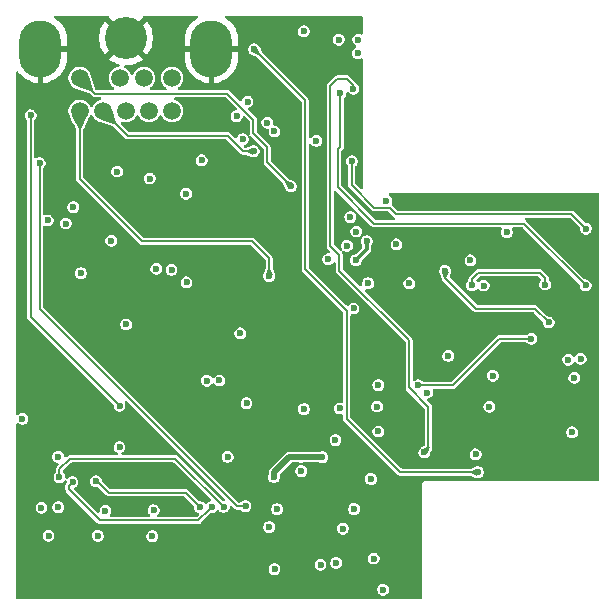
<source format=gbr>
%TF.GenerationSoftware,KiCad,Pcbnew,9.0.0*%
%TF.CreationDate,2025-11-19T20:28:36-08:00*%
%TF.ProjectId,MegaAV_CE,4d656761-4156-45f4-9345-2e6b69636164,rev?*%
%TF.SameCoordinates,Original*%
%TF.FileFunction,Copper,L2,Inr*%
%TF.FilePolarity,Positive*%
%FSLAX46Y46*%
G04 Gerber Fmt 4.6, Leading zero omitted, Abs format (unit mm)*
G04 Created by KiCad (PCBNEW 9.0.0) date 2025-11-19 20:28:36*
%MOMM*%
%LPD*%
G01*
G04 APERTURE LIST*
%TA.AperFunction,ComponentPad*%
%ADD10C,1.508000*%
%TD*%
%TA.AperFunction,ComponentPad*%
%ADD11O,3.556000X4.826000*%
%TD*%
%TA.AperFunction,ComponentPad*%
%ADD12C,3.556000*%
%TD*%
%TA.AperFunction,ViaPad*%
%ADD13C,0.600000*%
%TD*%
%TA.AperFunction,Conductor*%
%ADD14C,0.500000*%
%TD*%
%TA.AperFunction,Conductor*%
%ADD15C,0.200000*%
%TD*%
%TA.AperFunction,Conductor*%
%ADD16C,0.350000*%
%TD*%
G04 APERTURE END LIST*
D10*
%TO.N,/B-OUT*%
%TO.C,CN1*%
X180453000Y-99929200D03*
%TO.N,+5V*%
X178421000Y-99929200D03*
%TO.N,/G-OUT*%
X182840600Y-99929200D03*
%TO.N,/CV-OUT*%
X180884800Y-102723200D03*
%TO.N,/CSync*%
X178929000Y-102723200D03*
%TO.N,/AUD-M*%
X175017400Y-99929200D03*
%TO.N,/R-OUT*%
X182840600Y-102723200D03*
%TO.N,/AUD-L*%
X176973200Y-102723200D03*
%TO.N,/AUD-R*%
X175017400Y-102723200D03*
D11*
%TO.N,GND*%
X171690000Y-97440000D03*
D12*
X178929000Y-96551000D03*
D11*
X186168000Y-97440000D03*
%TD*%
D13*
%TO.N,+5V*%
X191510000Y-141500000D03*
X195550000Y-132025000D03*
X197025000Y-127900000D03*
X188825000Y-105100000D03*
X197650000Y-114125000D03*
X185773858Y-125547964D03*
X177691303Y-113704907D03*
X199425000Y-117300000D03*
X187537768Y-132006155D03*
X191454700Y-133700982D03*
X172375000Y-138675000D03*
X171775000Y-136300000D03*
%TO.N,/B-IN*%
X176391012Y-134075382D03*
X185193582Y-136247138D03*
%TO.N,GND*%
X177094344Y-130752519D03*
X173301516Y-119592818D03*
X202300000Y-125125000D03*
X181625317Y-100588160D03*
X202425000Y-110850000D03*
X194275000Y-135800000D03*
X209825000Y-130475000D03*
X214953331Y-113562060D03*
X201275000Y-138650000D03*
X200075000Y-126700000D03*
X196900000Y-120500000D03*
X193025000Y-141100000D03*
X201750000Y-142825000D03*
X170762501Y-130142693D03*
X201250000Y-136625000D03*
X188892261Y-110656019D03*
X193250000Y-138050000D03*
X173500000Y-138525000D03*
X173774230Y-130761461D03*
X199700000Y-124325000D03*
X194550000Y-117675000D03*
X197400000Y-113150000D03*
X202925117Y-127790625D03*
X209775000Y-126525000D03*
X215116769Y-118010582D03*
X197000000Y-125250000D03*
X204675000Y-110575000D03*
X213250000Y-120950000D03*
X206831150Y-132295475D03*
X193969937Y-95108534D03*
X205997309Y-119949388D03*
X190550000Y-137200000D03*
X199925000Y-135800000D03*
X190701206Y-104483893D03*
X193542948Y-97634681D03*
X198650000Y-120900000D03*
X177600000Y-138900000D03*
X193075000Y-127550000D03*
X205975000Y-118125000D03*
X198700000Y-139375000D03*
X197800000Y-116100000D03*
X188624083Y-104197392D03*
X197325000Y-142900000D03*
X176700463Y-106048485D03*
X209900000Y-133225000D03*
X203125000Y-141075000D03*
X185917916Y-101884498D03*
X217575000Y-129875000D03*
X180049265Y-136049265D03*
X202525000Y-138700000D03*
X199525000Y-143025000D03*
%TO.N,/PSG*%
X177190000Y-136570000D03*
X209700000Y-127750000D03*
X199675000Y-133875000D03*
%TO.N,/32X_L*%
X208538235Y-131788235D03*
X195400000Y-141130000D03*
X181160000Y-138720000D03*
%TO.N,/32X_R*%
X196725000Y-140975000D03*
X191725000Y-136425000D03*
X193775000Y-133200000D03*
X210000000Y-125125000D03*
%TO.N,/FM_R*%
X198239513Y-136415852D03*
X197300000Y-138075000D03*
%TO.N,/FM_L*%
X191050000Y-137950000D03*
X181272150Y-136519321D03*
%TO.N,/G-IN*%
X186200000Y-136258982D03*
X174407745Y-134143738D03*
%TO.N,/R-OUT*%
X172303782Y-111986404D03*
%TO.N,/G-OUT*%
X173839579Y-112247059D03*
%TO.N,/B-OUT*%
X175116940Y-116452775D03*
%TO.N,/CSync*%
X170160091Y-128789494D03*
X173198549Y-136254603D03*
X186845655Y-125535239D03*
%TO.N,/R-IN*%
X173298838Y-133716967D03*
X187198275Y-136237971D03*
%TO.N,/CD_R*%
X176560000Y-138690000D03*
X199900000Y-140610000D03*
X209216282Y-117498666D03*
%TO.N,/CD_L*%
X200700000Y-143250000D03*
X208094712Y-115366674D03*
%TO.N,/AUD-R*%
X191050000Y-116700000D03*
%TO.N,/AUD-L*%
X189739804Y-106119435D03*
%TO.N,/AUD-M*%
X192900000Y-109100000D03*
%TO.N,Net-(C3-Pad2)*%
X194000000Y-127950000D03*
X196662369Y-130580636D03*
%TO.N,Net-(SR3-Pin_1)*%
X213250000Y-122000000D03*
X203675000Y-125950000D03*
X200300000Y-125925000D03*
X202916738Y-117308123D03*
%TO.N,Net-(SL3-Pin_1)*%
X200300000Y-129850000D03*
X214725000Y-120625000D03*
X205950000Y-116250000D03*
%TO.N,/SR*%
X214425000Y-117410000D03*
X208222961Y-117470685D03*
X198193456Y-119433016D03*
%TO.N,/SL*%
X211185045Y-112983451D03*
X200981953Y-110299000D03*
X197925000Y-111700000D03*
%TO.N,/V_REF*%
X195050000Y-105250000D03*
X199325000Y-113750000D03*
X198400000Y-115350000D03*
X189135019Y-127456707D03*
X196050000Y-115275000D03*
X200188235Y-127738235D03*
%TO.N,/HP_R*%
X189775000Y-97500000D03*
X208724265Y-133299265D03*
%TO.N,Net-(HPR_SL2-Pin_1)*%
X216695092Y-129920666D03*
X201830895Y-114003788D03*
X189225000Y-101925000D03*
%TO.N,Net-(HPL_SL2-Pin_1)*%
X198425000Y-112925000D03*
X191500000Y-104450000D03*
X216895710Y-125307108D03*
%TO.N,/HP_L*%
X204191072Y-131620256D03*
X198175793Y-100830125D03*
%TO.N,Net-(C49-Pad2)*%
X178186032Y-107845904D03*
X180939466Y-108439624D03*
%TO.N,Net-(MD1_PU1-A)*%
X178386652Y-131177421D03*
X173192889Y-131995307D03*
X188611412Y-121543364D03*
%TO.N,Net-(FMR_2-C)*%
X204434383Y-126558380D03*
X206226000Y-123459000D03*
%TO.N,Net-(HPL_RES2-C)*%
X198057403Y-106977201D03*
X217875000Y-112675000D03*
X190900000Y-103700000D03*
X216375000Y-123775000D03*
%TO.N,Net-(HPR_RES2-C)*%
X188300000Y-103150000D03*
X197077945Y-101227358D03*
X217425000Y-123700000D03*
X217850000Y-117475000D03*
%TO.N,Net-(C1-Pad2)*%
X170860799Y-103077144D03*
X178387143Y-127660828D03*
%TO.N,Net-(C46-Pad1)*%
X185331792Y-106891324D03*
X174472952Y-110850351D03*
%TO.N,Net-(C47-Pad1)*%
X193987863Y-95965567D03*
X196948268Y-96682714D03*
%TO.N,Net-(IC1-VREF)*%
X184055069Y-117228083D03*
X184019708Y-109713613D03*
%TO.N,Net-(IC1-COUT)*%
X198572452Y-97834544D03*
X182787931Y-116171888D03*
%TO.N,Net-(IC1-YOUT)*%
X181496020Y-116081905D03*
X198598268Y-96682714D03*
%TO.N,/NTSC{slash}PAL*%
X178937308Y-120790781D03*
X189053494Y-136168479D03*
X171618548Y-107134308D03*
%TD*%
D14*
%TO.N,+5V*%
X192740539Y-132025000D02*
X191454700Y-133310839D01*
X195550000Y-132025000D02*
X192740539Y-132025000D01*
X191454700Y-133310839D02*
X191454700Y-133700982D01*
D15*
%TO.N,/B-IN*%
X177467665Y-135028282D02*
X176514765Y-134075382D01*
X185193582Y-136247138D02*
X183974726Y-135028282D01*
X176514765Y-134075382D02*
X176391012Y-134075382D01*
X183974726Y-135028282D02*
X177467665Y-135028282D01*
%TO.N,GND*%
X175144402Y-131100269D02*
X174113038Y-131100269D01*
X174113038Y-131100269D02*
X173774230Y-130761461D01*
X177094344Y-130752519D02*
X175492152Y-130752519D01*
X175492152Y-130752519D02*
X175144402Y-131100269D01*
%TO.N,/G-IN*%
X176732879Y-137388871D02*
X185057350Y-137388871D01*
X174407745Y-134143738D02*
X174096937Y-134454546D01*
X174096937Y-134454546D02*
X174096937Y-134752929D01*
X174096937Y-134752929D02*
X176732879Y-137388871D01*
X185931135Y-136515086D02*
X185943896Y-136515086D01*
X185943896Y-136515086D02*
X186200000Y-136258982D01*
X185057350Y-137388871D02*
X185931135Y-136515086D01*
%TO.N,/R-IN*%
X173298838Y-133716967D02*
X173298838Y-133043962D01*
X174184048Y-132158752D02*
X183119056Y-132158752D01*
X173298838Y-133043962D02*
X174184048Y-132158752D01*
X183119056Y-132158752D02*
X187198275Y-136237971D01*
%TO.N,/AUD-R*%
X189600000Y-113750000D02*
X180273892Y-113750000D01*
X180273892Y-113750000D02*
X175017400Y-108493508D01*
X191050000Y-115200000D02*
X189600000Y-113750000D01*
X191050000Y-116700000D02*
X191050000Y-115200000D01*
X175017400Y-108493508D02*
X175017400Y-102723200D01*
%TO.N,/AUD-L*%
X189739804Y-106119435D02*
X188844435Y-106119435D01*
X187550000Y-104825000D02*
X179075000Y-104825000D01*
X188844435Y-106119435D02*
X187550000Y-104825000D01*
X179075000Y-104825000D02*
X176973200Y-102723200D01*
%TO.N,/AUD-M*%
X176338200Y-101250000D02*
X175017400Y-99929200D01*
X192900000Y-109100000D02*
X190875000Y-107075000D01*
X190875000Y-105763751D02*
X189719699Y-104608450D01*
X190875000Y-107075000D02*
X190875000Y-105763751D01*
X189719699Y-103444699D02*
X187525000Y-101250000D01*
X187525000Y-101250000D02*
X176338200Y-101250000D01*
X189719699Y-104608450D02*
X189719699Y-103444699D01*
%TO.N,Net-(SR3-Pin_1)*%
X207325000Y-125225000D02*
X206600000Y-125950000D01*
X210550000Y-122000000D02*
X207325000Y-125225000D01*
X206600000Y-125950000D02*
X203675000Y-125950000D01*
X213250000Y-122000000D02*
X210550000Y-122000000D01*
%TO.N,Net-(SL3-Pin_1)*%
X208550000Y-119450000D02*
X205950000Y-116850000D01*
X205950000Y-116850000D02*
X205950000Y-116250000D01*
X213550000Y-119450000D02*
X208550000Y-119450000D01*
X214725000Y-120625000D02*
X213550000Y-119450000D01*
%TO.N,/SR*%
X214425000Y-116850000D02*
X214000000Y-116425000D01*
X214425000Y-117410000D02*
X214425000Y-116850000D01*
X208764989Y-116425000D02*
X208222961Y-116967028D01*
X214000000Y-116425000D02*
X208764989Y-116425000D01*
X208222961Y-116967028D02*
X208222961Y-117470685D01*
D16*
%TO.N,/V_REF*%
X199325000Y-114425000D02*
X198400000Y-115350000D01*
X199325000Y-113750000D02*
X199325000Y-114425000D01*
D15*
%TO.N,/HP_R*%
X202149265Y-133299265D02*
X208724265Y-133299265D01*
X197625000Y-128775000D02*
X202149265Y-133299265D01*
X194100000Y-101825000D02*
X194100000Y-116100000D01*
X194100000Y-116100000D02*
X197625000Y-119625000D01*
X197625000Y-119625000D02*
X197625000Y-128775000D01*
X189775000Y-97500000D02*
X194100000Y-101825000D01*
%TO.N,/HP_L*%
X204218444Y-131620256D02*
X204539109Y-131299591D01*
X204539109Y-131299591D02*
X204539109Y-127764828D01*
X197000000Y-114925000D02*
X196223589Y-114148589D01*
X204191072Y-131620256D02*
X204218444Y-131620256D01*
X196223589Y-114148589D02*
X196223589Y-100576147D01*
X196796558Y-100003178D02*
X197658229Y-100003178D01*
X197000000Y-116225000D02*
X197000000Y-114925000D01*
X204539109Y-127764828D02*
X202901000Y-126126719D01*
X202901000Y-122126000D02*
X197000000Y-116225000D01*
X196223589Y-100576147D02*
X196796558Y-100003178D01*
X198175793Y-100520742D02*
X198175793Y-100830125D01*
X202901000Y-126126719D02*
X202901000Y-122126000D01*
X197658229Y-100003178D02*
X198175793Y-100520742D01*
%TO.N,Net-(HPL_RES2-C)*%
X199947571Y-110899000D02*
X201248943Y-110899000D01*
X201799943Y-111450000D02*
X216650000Y-111450000D01*
X198025206Y-107009398D02*
X198025206Y-108976635D01*
X198057403Y-106977201D02*
X198025206Y-107009398D01*
X198025206Y-108976635D02*
X199947571Y-110899000D01*
X201248943Y-110899000D02*
X201799943Y-111450000D01*
X216650000Y-111450000D02*
X217875000Y-112675000D01*
%TO.N,Net-(HPR_RES2-C)*%
X212625000Y-112250000D02*
X217850000Y-117475000D01*
X197077945Y-105758140D02*
X196872553Y-105963532D01*
X196872553Y-105963532D02*
X196872553Y-109172553D01*
X199950000Y-112250000D02*
X212625000Y-112250000D01*
X197077945Y-101227358D02*
X197077945Y-105758140D01*
X196872553Y-109172553D02*
X199950000Y-112250000D01*
%TO.N,Net-(C1-Pad2)*%
X170860799Y-103077144D02*
X170860799Y-120134484D01*
X170860799Y-120134484D02*
X178387143Y-127660828D01*
%TO.N,/NTSC{slash}PAL*%
X171618548Y-119449700D02*
X171618548Y-107134308D01*
X188073905Y-135905057D02*
X171618548Y-119449700D01*
X188074927Y-135905057D02*
X188073905Y-135905057D01*
X189053494Y-136168479D02*
X188338349Y-136168479D01*
X188338349Y-136168479D02*
X188074927Y-135905057D01*
%TD*%
%TA.AperFunction,Conductor*%
%TO.N,GND*%
G36*
X203890443Y-144049271D02*
G01*
X203773460Y-144049204D01*
X203904046Y-144047120D01*
X203890443Y-144049271D01*
G37*
%TD.AperFunction*%
%TD*%
%TA.AperFunction,Conductor*%
%TO.N,GND*%
G36*
X183010262Y-132478937D02*
G01*
X183030904Y-132495571D01*
X186108196Y-135572863D01*
X186141681Y-135634186D01*
X186136697Y-135703878D01*
X186094825Y-135759811D01*
X186052610Y-135780318D01*
X186006815Y-135792589D01*
X186006814Y-135792589D01*
X185892686Y-135858482D01*
X185892683Y-135858484D01*
X185799494Y-135951673D01*
X185799144Y-135952130D01*
X185798751Y-135952416D01*
X185793753Y-135957415D01*
X185792972Y-135956634D01*
X185742711Y-135993325D01*
X185672964Y-135997470D01*
X185612049Y-135963249D01*
X185599127Y-135946197D01*
X185599030Y-135946273D01*
X185594084Y-135939827D01*
X185594082Y-135939824D01*
X185500896Y-135846638D01*
X185419251Y-135799500D01*
X185386769Y-135780746D01*
X185303677Y-135758482D01*
X185259474Y-135746638D01*
X185169415Y-135746638D01*
X185102376Y-135726953D01*
X185081734Y-135710319D01*
X184159238Y-134787823D01*
X184159230Y-134787817D01*
X184090721Y-134748264D01*
X184090716Y-134748261D01*
X184065239Y-134741434D01*
X184014288Y-134727782D01*
X184014286Y-134727782D01*
X177643498Y-134727782D01*
X177576459Y-134708097D01*
X177555817Y-134691463D01*
X176921473Y-134057119D01*
X176889379Y-134001531D01*
X176857404Y-133882196D01*
X176791512Y-133768068D01*
X176698326Y-133674882D01*
X176629408Y-133635092D01*
X176584199Y-133608990D01*
X176520551Y-133591936D01*
X176456904Y-133574882D01*
X176325120Y-133574882D01*
X176197824Y-133608990D01*
X176083698Y-133674882D01*
X176083695Y-133674884D01*
X175990514Y-133768065D01*
X175990512Y-133768068D01*
X175924620Y-133882194D01*
X175890832Y-134008295D01*
X175890512Y-134009490D01*
X175890512Y-134141274D01*
X175901508Y-134182313D01*
X175924620Y-134268569D01*
X175928622Y-134275500D01*
X175990512Y-134382696D01*
X176083698Y-134475882D01*
X176197826Y-134541774D01*
X176325120Y-134575882D01*
X176325122Y-134575882D01*
X176456901Y-134575882D01*
X176456904Y-134575882D01*
X176492954Y-134566222D01*
X176562803Y-134567885D01*
X176612728Y-134598316D01*
X177227205Y-135212793D01*
X177283154Y-135268742D01*
X177283156Y-135268743D01*
X177283160Y-135268746D01*
X177351669Y-135308299D01*
X177351676Y-135308303D01*
X177428103Y-135328782D01*
X183798893Y-135328782D01*
X183865932Y-135348467D01*
X183886574Y-135365101D01*
X184656763Y-136135290D01*
X184690248Y-136196613D01*
X184693082Y-136222971D01*
X184693082Y-136313030D01*
X184705430Y-136359112D01*
X184727190Y-136440325D01*
X184757710Y-136493186D01*
X184793082Y-136554452D01*
X184886268Y-136647638D01*
X185000396Y-136713530D01*
X185035320Y-136722887D01*
X185040503Y-136726046D01*
X185046558Y-136726480D01*
X185069986Y-136744018D01*
X185094979Y-136759252D01*
X185097631Y-136764712D01*
X185102492Y-136768351D01*
X185112720Y-136795775D01*
X185125508Y-136822099D01*
X185124787Y-136828126D01*
X185126909Y-136833815D01*
X185120687Y-136862413D01*
X185117213Y-136891475D01*
X185113017Y-136897674D01*
X185112057Y-136902088D01*
X185090908Y-136930341D01*
X184969196Y-137052053D01*
X184907876Y-137085537D01*
X184881517Y-137088371D01*
X181710276Y-137088371D01*
X181643237Y-137068686D01*
X181597482Y-137015882D01*
X181587538Y-136946724D01*
X181616563Y-136883168D01*
X181622595Y-136876690D01*
X181636872Y-136862413D01*
X181672650Y-136826635D01*
X181738542Y-136712507D01*
X181772650Y-136585213D01*
X181772650Y-136453429D01*
X181738542Y-136326135D01*
X181672650Y-136212007D01*
X181579464Y-136118821D01*
X181494038Y-136069500D01*
X181465337Y-136052929D01*
X181401689Y-136035875D01*
X181338042Y-136018821D01*
X181206258Y-136018821D01*
X181078962Y-136052929D01*
X180964836Y-136118821D01*
X180964833Y-136118823D01*
X180871652Y-136212004D01*
X180871650Y-136212007D01*
X180805758Y-136326133D01*
X180783571Y-136408937D01*
X180771650Y-136453429D01*
X180771650Y-136585213D01*
X180785920Y-136638470D01*
X180805758Y-136712508D01*
X180832879Y-136759482D01*
X180871650Y-136826635D01*
X180871652Y-136826637D01*
X180921705Y-136876690D01*
X180955190Y-136938013D01*
X180950206Y-137007705D01*
X180908334Y-137063638D01*
X180842870Y-137088055D01*
X180834024Y-137088371D01*
X177678805Y-137088371D01*
X177611766Y-137068686D01*
X177566011Y-137015882D01*
X177556067Y-136946724D01*
X177585092Y-136883168D01*
X177590295Y-136877580D01*
X177590492Y-136877321D01*
X177590500Y-136877314D01*
X177656392Y-136763186D01*
X177690500Y-136635892D01*
X177690500Y-136504108D01*
X177656392Y-136376814D01*
X177590500Y-136262686D01*
X177497314Y-136169500D01*
X177429764Y-136130500D01*
X177383187Y-136103608D01*
X177319539Y-136086554D01*
X177255892Y-136069500D01*
X177124108Y-136069500D01*
X176996812Y-136103608D01*
X176882686Y-136169500D01*
X176882683Y-136169502D01*
X176789502Y-136262683D01*
X176789500Y-136262686D01*
X176723608Y-136376812D01*
X176689500Y-136504108D01*
X176689500Y-136621159D01*
X176669815Y-136688198D01*
X176617011Y-136733953D01*
X176547853Y-136743897D01*
X176484297Y-136714872D01*
X176477819Y-136708840D01*
X174574570Y-134805591D01*
X174541085Y-134744268D01*
X174546069Y-134674576D01*
X174587941Y-134618643D01*
X174600251Y-134610523D01*
X174635153Y-134590372D01*
X174715059Y-134544238D01*
X174808245Y-134451052D01*
X174874137Y-134336924D01*
X174908245Y-134209630D01*
X174908245Y-134077846D01*
X174874137Y-133950552D01*
X174808245Y-133836424D01*
X174715059Y-133743238D01*
X174639757Y-133699762D01*
X174600932Y-133677346D01*
X174537284Y-133660292D01*
X174473637Y-133643238D01*
X174341853Y-133643238D01*
X174214557Y-133677346D01*
X174100431Y-133743238D01*
X174100428Y-133743240D01*
X174011019Y-133832650D01*
X173949696Y-133866135D01*
X173880004Y-133861151D01*
X173824071Y-133819279D01*
X173799654Y-133753815D01*
X173799338Y-133744969D01*
X173799338Y-133651077D01*
X173799338Y-133651075D01*
X173765230Y-133523781D01*
X173699338Y-133409653D01*
X173635656Y-133345971D01*
X173620951Y-133319040D01*
X173604361Y-133293225D01*
X173603469Y-133287022D01*
X173602172Y-133284647D01*
X173599338Y-133258290D01*
X173599338Y-133219795D01*
X173619023Y-133152756D01*
X173635657Y-133132114D01*
X174272200Y-132495571D01*
X174333523Y-132462086D01*
X174359881Y-132459252D01*
X182943223Y-132459252D01*
X183010262Y-132478937D01*
G37*
%TD.AperFunction*%
%TA.AperFunction,Conductor*%
G36*
X177381026Y-94635886D02*
G01*
X177448050Y-94655615D01*
X177493770Y-94708450D01*
X177504676Y-94767994D01*
X177504360Y-94772806D01*
X178224556Y-95493002D01*
X178101651Y-95582298D01*
X177960298Y-95723651D01*
X177871002Y-95846556D01*
X177150807Y-95126361D01*
X177150806Y-95126361D01*
X177030851Y-95282690D01*
X176881541Y-95541301D01*
X176881534Y-95541315D01*
X176767267Y-95817182D01*
X176689976Y-96105634D01*
X176651001Y-96401681D01*
X176651000Y-96401698D01*
X176651000Y-96700301D01*
X176651001Y-96700318D01*
X176689976Y-96996365D01*
X176767267Y-97284817D01*
X176881534Y-97560684D01*
X176881541Y-97560698D01*
X177030844Y-97819298D01*
X177030849Y-97819305D01*
X177150807Y-97975637D01*
X177871001Y-97255443D01*
X177960298Y-97378349D01*
X178101651Y-97519702D01*
X178224555Y-97608997D01*
X177504361Y-98329191D01*
X177660694Y-98449150D01*
X177660701Y-98449155D01*
X177919301Y-98598458D01*
X177919315Y-98598465D01*
X178195182Y-98712732D01*
X178298778Y-98740491D01*
X178358438Y-98776856D01*
X178388967Y-98839703D01*
X178380672Y-98909079D01*
X178336187Y-98962957D01*
X178290875Y-98981883D01*
X178142590Y-99011379D01*
X178142578Y-99011382D01*
X177968881Y-99083329D01*
X177968868Y-99083336D01*
X177812542Y-99187791D01*
X177812538Y-99187794D01*
X177679594Y-99320738D01*
X177679591Y-99320742D01*
X177575136Y-99477068D01*
X177575129Y-99477081D01*
X177503182Y-99650778D01*
X177503179Y-99650790D01*
X177466500Y-99835185D01*
X177466500Y-100023214D01*
X177503179Y-100207609D01*
X177503182Y-100207621D01*
X177575129Y-100381318D01*
X177575136Y-100381331D01*
X177679591Y-100537657D01*
X177679594Y-100537661D01*
X177812538Y-100670605D01*
X177812542Y-100670608D01*
X177890050Y-100722398D01*
X177934855Y-100776010D01*
X177943562Y-100845335D01*
X177913407Y-100908363D01*
X177853964Y-100945082D01*
X177821159Y-100949500D01*
X176514033Y-100949500D01*
X176484592Y-100940855D01*
X176454606Y-100934332D01*
X176449590Y-100930577D01*
X176446994Y-100929815D01*
X176426352Y-100913181D01*
X176347217Y-100834046D01*
X176317569Y-100786489D01*
X175954664Y-99725283D01*
X175954658Y-99725273D01*
X175952646Y-99720652D01*
X175953351Y-99720344D01*
X175943705Y-99693447D01*
X175935219Y-99650783D01*
X175905987Y-99580211D01*
X175863270Y-99477081D01*
X175863263Y-99477068D01*
X175758808Y-99320742D01*
X175758805Y-99320738D01*
X175625861Y-99187794D01*
X175625857Y-99187791D01*
X175469531Y-99083336D01*
X175469518Y-99083329D01*
X175295821Y-99011382D01*
X175295809Y-99011379D01*
X175111413Y-98974700D01*
X175111410Y-98974700D01*
X174923390Y-98974700D01*
X174923387Y-98974700D01*
X174738990Y-99011379D01*
X174738978Y-99011382D01*
X174565281Y-99083329D01*
X174565268Y-99083336D01*
X174408942Y-99187791D01*
X174408938Y-99187794D01*
X174275994Y-99320738D01*
X174275991Y-99320742D01*
X174171536Y-99477068D01*
X174171529Y-99477081D01*
X174099582Y-99650778D01*
X174099579Y-99650790D01*
X174062900Y-99835185D01*
X174062900Y-100023214D01*
X174099579Y-100207609D01*
X174099582Y-100207621D01*
X174171529Y-100381318D01*
X174171536Y-100381331D01*
X174275991Y-100537657D01*
X174275994Y-100537661D01*
X174408938Y-100670605D01*
X174408942Y-100670608D01*
X174565268Y-100775063D01*
X174565281Y-100775070D01*
X174658558Y-100813706D01*
X174738983Y-100847019D01*
X174781351Y-100855446D01*
X174808597Y-100864235D01*
X174813470Y-100866456D01*
X174813483Y-100866464D01*
X175676128Y-101161466D01*
X175874687Y-101229368D01*
X175922245Y-101259016D01*
X176097740Y-101434511D01*
X176153689Y-101490460D01*
X176153691Y-101490461D01*
X176153695Y-101490464D01*
X176212648Y-101524500D01*
X176222211Y-101530021D01*
X176298638Y-101550500D01*
X176717162Y-101550500D01*
X176784201Y-101570185D01*
X176829956Y-101622989D01*
X176839900Y-101692147D01*
X176810875Y-101755703D01*
X176752097Y-101793477D01*
X176741354Y-101796117D01*
X176694788Y-101805379D01*
X176694778Y-101805382D01*
X176521081Y-101877329D01*
X176521068Y-101877336D01*
X176364742Y-101981791D01*
X176364738Y-101981794D01*
X176231794Y-102114738D01*
X176231791Y-102114742D01*
X176127336Y-102271068D01*
X176127329Y-102271081D01*
X176109861Y-102313255D01*
X176066020Y-102367659D01*
X175999726Y-102389724D01*
X175932027Y-102372445D01*
X175884416Y-102321308D01*
X175880739Y-102313255D01*
X175863270Y-102271081D01*
X175863263Y-102271068D01*
X175758808Y-102114742D01*
X175758805Y-102114738D01*
X175625861Y-101981794D01*
X175625857Y-101981791D01*
X175469531Y-101877336D01*
X175469518Y-101877329D01*
X175295821Y-101805382D01*
X175295809Y-101805379D01*
X175111413Y-101768700D01*
X175111410Y-101768700D01*
X174923390Y-101768700D01*
X174923387Y-101768700D01*
X174738990Y-101805379D01*
X174738978Y-101805382D01*
X174565281Y-101877329D01*
X174565268Y-101877336D01*
X174408942Y-101981791D01*
X174408938Y-101981794D01*
X174275994Y-102114738D01*
X174275991Y-102114742D01*
X174171536Y-102271068D01*
X174171529Y-102271081D01*
X174099582Y-102444778D01*
X174099579Y-102444790D01*
X174062900Y-102629185D01*
X174062900Y-102817214D01*
X174099579Y-103001609D01*
X174099582Y-103001621D01*
X174171529Y-103175318D01*
X174171536Y-103175331D01*
X174195526Y-103211234D01*
X174208572Y-103236701D01*
X174210459Y-103241749D01*
X174394162Y-103616391D01*
X174593720Y-104023368D01*
X174704236Y-104248752D01*
X174716900Y-104303345D01*
X174716900Y-108533070D01*
X174730552Y-108584021D01*
X174737379Y-108609498D01*
X174737380Y-108609499D01*
X174765767Y-108658667D01*
X174776937Y-108678015D01*
X174776939Y-108678017D01*
X174776940Y-108678019D01*
X180033432Y-113934511D01*
X180089381Y-113990460D01*
X180089383Y-113990461D01*
X180089387Y-113990464D01*
X180157896Y-114030017D01*
X180157903Y-114030021D01*
X180234330Y-114050500D01*
X180313454Y-114050500D01*
X189424167Y-114050500D01*
X189491206Y-114070185D01*
X189511848Y-114086819D01*
X190713181Y-115288152D01*
X190746666Y-115349475D01*
X190749500Y-115375833D01*
X190749500Y-116034083D01*
X190742074Y-116076349D01*
X190670014Y-116275092D01*
X190593752Y-116485423D01*
X190593751Y-116485424D01*
X190590025Y-116495697D01*
X190583608Y-116506814D01*
X190576847Y-116532041D01*
X190575025Y-116537068D01*
X190567197Y-116558660D01*
X190562531Y-116573191D01*
X190562068Y-116574841D01*
X190561099Y-116578418D01*
X190560033Y-116585575D01*
X190560007Y-116585571D01*
X190556945Y-116606317D01*
X190549501Y-116634100D01*
X190549500Y-116634108D01*
X190549500Y-116765892D01*
X190561591Y-116811018D01*
X190583608Y-116893187D01*
X190603400Y-116927467D01*
X190649500Y-117007314D01*
X190742686Y-117100500D01*
X190856814Y-117166392D01*
X190984108Y-117200500D01*
X190984110Y-117200500D01*
X191115890Y-117200500D01*
X191115892Y-117200500D01*
X191243186Y-117166392D01*
X191357314Y-117100500D01*
X191450500Y-117007314D01*
X191516392Y-116893186D01*
X191550500Y-116765892D01*
X191550500Y-116634108D01*
X191536135Y-116580497D01*
X191532801Y-116558661D01*
X191523158Y-116532065D01*
X191516392Y-116506814D01*
X191515435Y-116505156D01*
X191506243Y-116485415D01*
X191505151Y-116482404D01*
X191357926Y-116076350D01*
X191350500Y-116034083D01*
X191350500Y-115160438D01*
X191350499Y-115160432D01*
X191348096Y-115151464D01*
X191348095Y-115151463D01*
X191348095Y-115151462D01*
X191330022Y-115084012D01*
X191290460Y-115015489D01*
X189784511Y-113509540D01*
X189784510Y-113509539D01*
X189784507Y-113509537D01*
X189757014Y-113493665D01*
X189740189Y-113483951D01*
X189740187Y-113483949D01*
X189740187Y-113483950D01*
X189740185Y-113483949D01*
X189735073Y-113480997D01*
X189715990Y-113469979D01*
X189715991Y-113469979D01*
X189677775Y-113459739D01*
X189639562Y-113449500D01*
X189639560Y-113449500D01*
X180449725Y-113449500D01*
X180382686Y-113429815D01*
X180362044Y-113413181D01*
X176596584Y-109647721D01*
X183519208Y-109647721D01*
X183519208Y-109779505D01*
X183533091Y-109831319D01*
X183553316Y-109906800D01*
X183586262Y-109963863D01*
X183619208Y-110020927D01*
X183712394Y-110114113D01*
X183826522Y-110180005D01*
X183953816Y-110214113D01*
X183953818Y-110214113D01*
X184085598Y-110214113D01*
X184085600Y-110214113D01*
X184212894Y-110180005D01*
X184327022Y-110114113D01*
X184420208Y-110020927D01*
X184486100Y-109906799D01*
X184520208Y-109779505D01*
X184520208Y-109647721D01*
X184486100Y-109520427D01*
X184420208Y-109406299D01*
X184327022Y-109313113D01*
X184253871Y-109270879D01*
X184212895Y-109247221D01*
X184149247Y-109230167D01*
X184085600Y-109213113D01*
X183953816Y-109213113D01*
X183826520Y-109247221D01*
X183712394Y-109313113D01*
X183712391Y-109313115D01*
X183619210Y-109406296D01*
X183619208Y-109406299D01*
X183553316Y-109520425D01*
X183534551Y-109590460D01*
X183519208Y-109647721D01*
X176596584Y-109647721D01*
X175354219Y-108405356D01*
X175336951Y-108373732D01*
X180438966Y-108373732D01*
X180438966Y-108505516D01*
X180446349Y-108533070D01*
X180473074Y-108632811D01*
X180499173Y-108678015D01*
X180538966Y-108746938D01*
X180632152Y-108840124D01*
X180746280Y-108906016D01*
X180873574Y-108940124D01*
X180873576Y-108940124D01*
X181005356Y-108940124D01*
X181005358Y-108940124D01*
X181132652Y-108906016D01*
X181246780Y-108840124D01*
X181339966Y-108746938D01*
X181405858Y-108632810D01*
X181439966Y-108505516D01*
X181439966Y-108373732D01*
X181405858Y-108246438D01*
X181405838Y-108246404D01*
X181352038Y-108153220D01*
X181339966Y-108132310D01*
X181246780Y-108039124D01*
X181189716Y-108006178D01*
X181132653Y-107973232D01*
X181069005Y-107956178D01*
X181005358Y-107939124D01*
X180873574Y-107939124D01*
X180746278Y-107973232D01*
X180632152Y-108039124D01*
X180632149Y-108039126D01*
X180538968Y-108132307D01*
X180538966Y-108132310D01*
X180473074Y-108246436D01*
X180453986Y-108317675D01*
X180438966Y-108373732D01*
X175336951Y-108373732D01*
X175320734Y-108344033D01*
X175317900Y-108317675D01*
X175317900Y-107780012D01*
X177685532Y-107780012D01*
X177685532Y-107911796D01*
X177701994Y-107973232D01*
X177719640Y-108039091D01*
X177752586Y-108096154D01*
X177785532Y-108153218D01*
X177878718Y-108246404D01*
X177977553Y-108303467D01*
X177992842Y-108312294D01*
X177992846Y-108312296D01*
X178120140Y-108346404D01*
X178120142Y-108346404D01*
X178251922Y-108346404D01*
X178251924Y-108346404D01*
X178379218Y-108312296D01*
X178493346Y-108246404D01*
X178586532Y-108153218D01*
X178652424Y-108039090D01*
X178686532Y-107911796D01*
X178686532Y-107780012D01*
X178652424Y-107652718D01*
X178586532Y-107538590D01*
X178493346Y-107445404D01*
X178416497Y-107401035D01*
X178379219Y-107379512D01*
X178297873Y-107357716D01*
X178251924Y-107345404D01*
X178120140Y-107345404D01*
X177992844Y-107379512D01*
X177878718Y-107445404D01*
X177878715Y-107445406D01*
X177785534Y-107538587D01*
X177785532Y-107538590D01*
X177719640Y-107652716D01*
X177685532Y-107780012D01*
X175317900Y-107780012D01*
X175317900Y-106825432D01*
X184831292Y-106825432D01*
X184831292Y-106957215D01*
X184865400Y-107084511D01*
X184898346Y-107141574D01*
X184931292Y-107198638D01*
X185024478Y-107291824D01*
X185138606Y-107357716D01*
X185265900Y-107391824D01*
X185265902Y-107391824D01*
X185397682Y-107391824D01*
X185397684Y-107391824D01*
X185524978Y-107357716D01*
X185639106Y-107291824D01*
X185732292Y-107198638D01*
X185798184Y-107084510D01*
X185832292Y-106957216D01*
X185832292Y-106825432D01*
X185798184Y-106698138D01*
X185732292Y-106584010D01*
X185639106Y-106490824D01*
X185582042Y-106457878D01*
X185524979Y-106424932D01*
X185429899Y-106399456D01*
X185397684Y-106390824D01*
X185265900Y-106390824D01*
X185138604Y-106424932D01*
X185024478Y-106490824D01*
X185024475Y-106490826D01*
X184931294Y-106584007D01*
X184931292Y-106584010D01*
X184865400Y-106698136D01*
X184831292Y-106825432D01*
X175317900Y-106825432D01*
X175317900Y-104303345D01*
X175330564Y-104248752D01*
X175354224Y-104200500D01*
X175824337Y-103241755D01*
X175824339Y-103241749D01*
X175826180Y-103237065D01*
X175826525Y-103237200D01*
X175832735Y-103222134D01*
X175835649Y-103216655D01*
X175863267Y-103175325D01*
X175883026Y-103127621D01*
X175885833Y-103122347D01*
X175906256Y-103101477D01*
X175924579Y-103078741D01*
X175930405Y-103076801D01*
X175934702Y-103072411D01*
X175963169Y-103065896D01*
X175990873Y-103056675D01*
X175996824Y-103058194D01*
X176002811Y-103056824D01*
X176030279Y-103066732D01*
X176058572Y-103073954D01*
X176062756Y-103078448D01*
X176068535Y-103080533D01*
X176086286Y-103103720D01*
X176106183Y-103125090D01*
X176109852Y-103133123D01*
X176127330Y-103175318D01*
X176127334Y-103175327D01*
X176127336Y-103175331D01*
X176231791Y-103331657D01*
X176231794Y-103331661D01*
X176364738Y-103464605D01*
X176364742Y-103464608D01*
X176521068Y-103569063D01*
X176521081Y-103569070D01*
X176614358Y-103607706D01*
X176694783Y-103641019D01*
X176737151Y-103649446D01*
X176764397Y-103658235D01*
X176769270Y-103660456D01*
X176769283Y-103660464D01*
X177830487Y-104023368D01*
X177878045Y-104053016D01*
X178834540Y-105009511D01*
X178890489Y-105065460D01*
X178890491Y-105065461D01*
X178890495Y-105065464D01*
X178959004Y-105105017D01*
X178959011Y-105105021D01*
X179035438Y-105125500D01*
X179114562Y-105125500D01*
X187374167Y-105125500D01*
X187441206Y-105145185D01*
X187461848Y-105161819D01*
X188659924Y-106359895D01*
X188728447Y-106399457D01*
X188804873Y-106419935D01*
X188883997Y-106419935D01*
X189073887Y-106419935D01*
X189116154Y-106427361D01*
X189535492Y-106579403D01*
X189546618Y-106585827D01*
X189571869Y-106592593D01*
X189598465Y-106602236D01*
X189608925Y-106605598D01*
X189612901Y-106606876D01*
X189614502Y-106607326D01*
X189614547Y-106607338D01*
X189614557Y-106607341D01*
X189618219Y-106608334D01*
X189618221Y-106608334D01*
X189625389Y-106609403D01*
X189625385Y-106609428D01*
X189646118Y-106612487D01*
X189673912Y-106619935D01*
X189673914Y-106619935D01*
X189805694Y-106619935D01*
X189805696Y-106619935D01*
X189932990Y-106585827D01*
X190047118Y-106519935D01*
X190140304Y-106426749D01*
X190206196Y-106312621D01*
X190240304Y-106185327D01*
X190240304Y-106053543D01*
X190206196Y-105926249D01*
X190140304Y-105812121D01*
X190047118Y-105718935D01*
X189990054Y-105685989D01*
X189932991Y-105653043D01*
X189869343Y-105635989D01*
X189805696Y-105618935D01*
X189673912Y-105618935D01*
X189673908Y-105618935D01*
X189626919Y-105631526D01*
X189626918Y-105631526D01*
X189620301Y-105633298D01*
X189598468Y-105636633D01*
X189571879Y-105646272D01*
X189566737Y-105647650D01*
X189566723Y-105647655D01*
X189546617Y-105653043D01*
X189546607Y-105653047D01*
X189544937Y-105654012D01*
X189525221Y-105663189D01*
X189116153Y-105811509D01*
X189073886Y-105818935D01*
X189020268Y-105818935D01*
X188990827Y-105810290D01*
X188960841Y-105803767D01*
X188955825Y-105800012D01*
X188953229Y-105799250D01*
X188932587Y-105782616D01*
X188932013Y-105782042D01*
X188898528Y-105720719D01*
X188903512Y-105651027D01*
X188945384Y-105595094D01*
X188987600Y-105574587D01*
X189018186Y-105566392D01*
X189132314Y-105500500D01*
X189225500Y-105407314D01*
X189291392Y-105293186D01*
X189325500Y-105165892D01*
X189325500Y-105034108D01*
X189300736Y-104941686D01*
X189302399Y-104871838D01*
X189341562Y-104813976D01*
X189405790Y-104786472D01*
X189474692Y-104798059D01*
X189508192Y-104821914D01*
X190538181Y-105851903D01*
X190571666Y-105913226D01*
X190574500Y-105939584D01*
X190574500Y-107114562D01*
X190588152Y-107165513D01*
X190594979Y-107190990D01*
X190600296Y-107200199D01*
X190628967Y-107249858D01*
X190634539Y-107259509D01*
X190634541Y-107259512D01*
X192216638Y-108841609D01*
X192241275Y-108876747D01*
X192425653Y-109270879D01*
X192430282Y-109280775D01*
X192433608Y-109293186D01*
X192446679Y-109315826D01*
X192448941Y-109320661D01*
X192458669Y-109341455D01*
X192465676Y-109355085D01*
X192466541Y-109356623D01*
X192468304Y-109359697D01*
X192472618Y-109365522D01*
X192472597Y-109365537D01*
X192485097Y-109382367D01*
X192499497Y-109407310D01*
X192499499Y-109407313D01*
X192499500Y-109407314D01*
X192592686Y-109500500D01*
X192706814Y-109566392D01*
X192834108Y-109600500D01*
X192834110Y-109600500D01*
X192965890Y-109600500D01*
X192965892Y-109600500D01*
X193093186Y-109566392D01*
X193207314Y-109500500D01*
X193300500Y-109407314D01*
X193366392Y-109293186D01*
X193400500Y-109165892D01*
X193400500Y-109034108D01*
X193366392Y-108906814D01*
X193300500Y-108792686D01*
X193207314Y-108699500D01*
X193199193Y-108694811D01*
X193165162Y-108675162D01*
X193165162Y-108675163D01*
X193159228Y-108671737D01*
X193141450Y-108658667D01*
X193115834Y-108646683D01*
X193111215Y-108644016D01*
X193111212Y-108644013D01*
X193093192Y-108633610D01*
X193093176Y-108633604D01*
X193091321Y-108633107D01*
X193070877Y-108625652D01*
X192676748Y-108441276D01*
X192641610Y-108416639D01*
X191211819Y-106986848D01*
X191178334Y-106925525D01*
X191175500Y-106899167D01*
X191175500Y-105724190D01*
X191175500Y-105724189D01*
X191155021Y-105647762D01*
X191148596Y-105636633D01*
X191115464Y-105579246D01*
X191115458Y-105579238D01*
X190056518Y-104520298D01*
X190023033Y-104458975D01*
X190020199Y-104432617D01*
X190020199Y-103634108D01*
X190399500Y-103634108D01*
X190399500Y-103765891D01*
X190433608Y-103893187D01*
X190454756Y-103929815D01*
X190499500Y-104007314D01*
X190592686Y-104100500D01*
X190706814Y-104166392D01*
X190834108Y-104200500D01*
X190834110Y-104200500D01*
X190887098Y-104200500D01*
X190954137Y-104220185D01*
X190999892Y-104272989D01*
X191009836Y-104342147D01*
X191006874Y-104356585D01*
X190999500Y-104384108D01*
X190999500Y-104515892D01*
X191007294Y-104544979D01*
X191033608Y-104643187D01*
X191036393Y-104648010D01*
X191099500Y-104757314D01*
X191192686Y-104850500D01*
X191306814Y-104916392D01*
X191434108Y-104950500D01*
X191434110Y-104950500D01*
X191565890Y-104950500D01*
X191565892Y-104950500D01*
X191693186Y-104916392D01*
X191807314Y-104850500D01*
X191900500Y-104757314D01*
X191966392Y-104643186D01*
X192000500Y-104515892D01*
X192000500Y-104384108D01*
X191966392Y-104256814D01*
X191900500Y-104142686D01*
X191807314Y-104049500D01*
X191750250Y-104016554D01*
X191693187Y-103983608D01*
X191629539Y-103966554D01*
X191565892Y-103949500D01*
X191512902Y-103949500D01*
X191445863Y-103929815D01*
X191400108Y-103877011D01*
X191390164Y-103807853D01*
X191393127Y-103793407D01*
X191395673Y-103783905D01*
X191400500Y-103765892D01*
X191400500Y-103634108D01*
X191366392Y-103506814D01*
X191300500Y-103392686D01*
X191207314Y-103299500D01*
X191139224Y-103260188D01*
X191093187Y-103233608D01*
X190983578Y-103204239D01*
X190965892Y-103199500D01*
X190834108Y-103199500D01*
X190706812Y-103233608D01*
X190592686Y-103299500D01*
X190592683Y-103299502D01*
X190499502Y-103392683D01*
X190499500Y-103392686D01*
X190433608Y-103506812D01*
X190399500Y-103634108D01*
X190020199Y-103634108D01*
X190020199Y-103405138D01*
X190020199Y-103405137D01*
X189999720Y-103328710D01*
X189966015Y-103270331D01*
X189960163Y-103260194D01*
X189960157Y-103260186D01*
X189312296Y-102612325D01*
X189278811Y-102551002D01*
X189283795Y-102481310D01*
X189325667Y-102425377D01*
X189367880Y-102404871D01*
X189418186Y-102391392D01*
X189532314Y-102325500D01*
X189625500Y-102232314D01*
X189691392Y-102118186D01*
X189725500Y-101990892D01*
X189725500Y-101859108D01*
X189691392Y-101731814D01*
X189625500Y-101617686D01*
X189532314Y-101524500D01*
X189473352Y-101490458D01*
X189418187Y-101458608D01*
X189328254Y-101434511D01*
X189290892Y-101424500D01*
X189159108Y-101424500D01*
X189031812Y-101458608D01*
X188917686Y-101524500D01*
X188917683Y-101524502D01*
X188824502Y-101617683D01*
X188824500Y-101617686D01*
X188775235Y-101703016D01*
X188758608Y-101731814D01*
X188748725Y-101768700D01*
X188745130Y-101782116D01*
X188708765Y-101841776D01*
X188645917Y-101872305D01*
X188576542Y-101864010D01*
X188537674Y-101837703D01*
X187709512Y-101009541D01*
X187709504Y-101009535D01*
X187640995Y-100969982D01*
X187640990Y-100969979D01*
X187615513Y-100963152D01*
X187564562Y-100949500D01*
X187564560Y-100949500D01*
X183440441Y-100949500D01*
X183373402Y-100929815D01*
X183327647Y-100877011D01*
X183317703Y-100807853D01*
X183346728Y-100744297D01*
X183371550Y-100722398D01*
X183427607Y-100684941D01*
X183449058Y-100670608D01*
X183582008Y-100537658D01*
X183686467Y-100381325D01*
X183758419Y-100207617D01*
X183795100Y-100023210D01*
X183795100Y-99835190D01*
X183795100Y-99835187D01*
X183795099Y-99835185D01*
X183780685Y-99762720D01*
X183758419Y-99650783D01*
X183729187Y-99580211D01*
X183686470Y-99477081D01*
X183686463Y-99477068D01*
X183582008Y-99320742D01*
X183582005Y-99320738D01*
X183449061Y-99187794D01*
X183449057Y-99187791D01*
X183292731Y-99083336D01*
X183292718Y-99083329D01*
X183119021Y-99011382D01*
X183119009Y-99011379D01*
X182934613Y-98974700D01*
X182934610Y-98974700D01*
X182746590Y-98974700D01*
X182746587Y-98974700D01*
X182562190Y-99011379D01*
X182562178Y-99011382D01*
X182388481Y-99083329D01*
X182388468Y-99083336D01*
X182232142Y-99187791D01*
X182232138Y-99187794D01*
X182099194Y-99320738D01*
X182099191Y-99320742D01*
X181994736Y-99477068D01*
X181994729Y-99477081D01*
X181922782Y-99650778D01*
X181922779Y-99650790D01*
X181886100Y-99835185D01*
X181886100Y-100023214D01*
X181922779Y-100207609D01*
X181922782Y-100207621D01*
X181994729Y-100381318D01*
X181994736Y-100381331D01*
X182099191Y-100537657D01*
X182099194Y-100537661D01*
X182232138Y-100670605D01*
X182232142Y-100670608D01*
X182309650Y-100722398D01*
X182354455Y-100776010D01*
X182363162Y-100845335D01*
X182333007Y-100908363D01*
X182273564Y-100945082D01*
X182240759Y-100949500D01*
X181052841Y-100949500D01*
X180985802Y-100929815D01*
X180940047Y-100877011D01*
X180930103Y-100807853D01*
X180959128Y-100744297D01*
X180983950Y-100722398D01*
X181040007Y-100684941D01*
X181061458Y-100670608D01*
X181194408Y-100537658D01*
X181298867Y-100381325D01*
X181370819Y-100207617D01*
X181407500Y-100023210D01*
X181407500Y-99835190D01*
X181407500Y-99835187D01*
X181407499Y-99835185D01*
X181393085Y-99762720D01*
X181370819Y-99650783D01*
X181341587Y-99580211D01*
X181298870Y-99477081D01*
X181298863Y-99477068D01*
X181194408Y-99320742D01*
X181194405Y-99320738D01*
X181061461Y-99187794D01*
X181061457Y-99187791D01*
X180905131Y-99083336D01*
X180905118Y-99083329D01*
X180731421Y-99011382D01*
X180731409Y-99011379D01*
X180547013Y-98974700D01*
X180547010Y-98974700D01*
X180358990Y-98974700D01*
X180358987Y-98974700D01*
X180174590Y-99011379D01*
X180174578Y-99011382D01*
X180000881Y-99083329D01*
X180000868Y-99083336D01*
X179844542Y-99187791D01*
X179844538Y-99187794D01*
X179711594Y-99320738D01*
X179711591Y-99320742D01*
X179607136Y-99477068D01*
X179607131Y-99477077D01*
X179551561Y-99611238D01*
X179507720Y-99665641D01*
X179441426Y-99687706D01*
X179373727Y-99670427D01*
X179326116Y-99619290D01*
X179322439Y-99611238D01*
X179266868Y-99477077D01*
X179266863Y-99477068D01*
X179162408Y-99320742D01*
X179162405Y-99320738D01*
X179029461Y-99187794D01*
X179029457Y-99187791D01*
X178873131Y-99083336D01*
X178873118Y-99083329D01*
X178835049Y-99067561D01*
X178780645Y-99023720D01*
X178758580Y-98957426D01*
X178775859Y-98889727D01*
X178826996Y-98842116D01*
X178882501Y-98829000D01*
X179078301Y-98829000D01*
X179078318Y-98828998D01*
X179374365Y-98790023D01*
X179662817Y-98712732D01*
X179938684Y-98598465D01*
X179938698Y-98598458D01*
X180197298Y-98449155D01*
X180197315Y-98449144D01*
X180353637Y-98329192D01*
X180353637Y-98329190D01*
X179633443Y-97608997D01*
X179756349Y-97519702D01*
X179897702Y-97378349D01*
X179986997Y-97255444D01*
X180707190Y-97975637D01*
X180707192Y-97975637D01*
X180827144Y-97819315D01*
X180827155Y-97819298D01*
X180963656Y-97582872D01*
X181052272Y-97377668D01*
X181090733Y-97284814D01*
X181168023Y-96996365D01*
X181206998Y-96700318D01*
X181207000Y-96700301D01*
X181207000Y-96401698D01*
X181206998Y-96401681D01*
X181168023Y-96105634D01*
X181090732Y-95817182D01*
X180976465Y-95541315D01*
X180976458Y-95541301D01*
X180827155Y-95282701D01*
X180827150Y-95282694D01*
X180707191Y-95126361D01*
X179986997Y-95846555D01*
X179897702Y-95723651D01*
X179756349Y-95582298D01*
X179633443Y-95493002D01*
X180353638Y-94772807D01*
X180353458Y-94770061D01*
X180368715Y-94701877D01*
X180418413Y-94652767D01*
X180477271Y-94637950D01*
X184897646Y-94640897D01*
X184964670Y-94660626D01*
X185010390Y-94713461D01*
X185020287Y-94782626D01*
X184991220Y-94846162D01*
X184959561Y-94872284D01*
X184899702Y-94906843D01*
X184899686Y-94906854D01*
X184662788Y-95088632D01*
X184662781Y-95088638D01*
X184451638Y-95299781D01*
X184451632Y-95299788D01*
X184269854Y-95536686D01*
X184269844Y-95536701D01*
X184120541Y-95795301D01*
X184120534Y-95795315D01*
X184006267Y-96071182D01*
X183928976Y-96359634D01*
X183890001Y-96655681D01*
X183890000Y-96655698D01*
X183890000Y-97190000D01*
X184898000Y-97190000D01*
X184898000Y-97690000D01*
X183890000Y-97690000D01*
X183890000Y-98224301D01*
X183890001Y-98224318D01*
X183928976Y-98520365D01*
X184006267Y-98808817D01*
X184120534Y-99084684D01*
X184120541Y-99084698D01*
X184269844Y-99343298D01*
X184269854Y-99343313D01*
X184451632Y-99580211D01*
X184451638Y-99580218D01*
X184662781Y-99791361D01*
X184662788Y-99791367D01*
X184899686Y-99973145D01*
X184899701Y-99973155D01*
X185158301Y-100122458D01*
X185158315Y-100122465D01*
X185434182Y-100236732D01*
X185722634Y-100314023D01*
X185918000Y-100339742D01*
X185918000Y-99321234D01*
X186068049Y-99345000D01*
X186267951Y-99345000D01*
X186418000Y-99321234D01*
X186418000Y-100339741D01*
X186613365Y-100314023D01*
X186901817Y-100236732D01*
X187177684Y-100122465D01*
X187177698Y-100122458D01*
X187436298Y-99973155D01*
X187436313Y-99973145D01*
X187673211Y-99791367D01*
X187673218Y-99791361D01*
X187884361Y-99580218D01*
X187884367Y-99580211D01*
X188066145Y-99343313D01*
X188066155Y-99343298D01*
X188215458Y-99084698D01*
X188215465Y-99084684D01*
X188329732Y-98808817D01*
X188407023Y-98520365D01*
X188445998Y-98224318D01*
X188446000Y-98224301D01*
X188446000Y-97690000D01*
X187438000Y-97690000D01*
X187438000Y-97434108D01*
X189274500Y-97434108D01*
X189274500Y-97565891D01*
X189308608Y-97693187D01*
X189328682Y-97727955D01*
X189374500Y-97807314D01*
X189467686Y-97900500D01*
X189515770Y-97928261D01*
X189533549Y-97941332D01*
X189559162Y-97953314D01*
X189563776Y-97955978D01*
X189563781Y-97955981D01*
X189581810Y-97966390D01*
X189581814Y-97966392D01*
X189583669Y-97966889D01*
X189604120Y-97974345D01*
X189998250Y-98158721D01*
X190033387Y-98183358D01*
X193763181Y-101913152D01*
X193796666Y-101974475D01*
X193799500Y-102000833D01*
X193799500Y-116139562D01*
X193801707Y-116147797D01*
X193819979Y-116215990D01*
X193819980Y-116215991D01*
X193832558Y-116237778D01*
X193851961Y-116271384D01*
X193859540Y-116284511D01*
X193859542Y-116284513D01*
X197288181Y-119713152D01*
X197321666Y-119774475D01*
X197324500Y-119800833D01*
X197324500Y-127300495D01*
X197304815Y-127367534D01*
X197252011Y-127413289D01*
X197182853Y-127423233D01*
X197168407Y-127420270D01*
X197090892Y-127399500D01*
X196959108Y-127399500D01*
X196831812Y-127433608D01*
X196717686Y-127499500D01*
X196717683Y-127499502D01*
X196624502Y-127592683D01*
X196624500Y-127592686D01*
X196558608Y-127706812D01*
X196532533Y-127804127D01*
X196524500Y-127834108D01*
X196524500Y-127965892D01*
X196537897Y-128015890D01*
X196558608Y-128093187D01*
X196584904Y-128138732D01*
X196624500Y-128207314D01*
X196717686Y-128300500D01*
X196831814Y-128366392D01*
X196959108Y-128400500D01*
X196959110Y-128400500D01*
X197090889Y-128400500D01*
X197090892Y-128400500D01*
X197168410Y-128379729D01*
X197238256Y-128381392D01*
X197296118Y-128420554D01*
X197323623Y-128484782D01*
X197324500Y-128499504D01*
X197324500Y-128814562D01*
X197335439Y-128855385D01*
X197344979Y-128890990D01*
X197344982Y-128890995D01*
X197384535Y-128959504D01*
X197384539Y-128959509D01*
X197384540Y-128959511D01*
X201908805Y-133483776D01*
X201964754Y-133539725D01*
X201964756Y-133539726D01*
X201964760Y-133539729D01*
X202013179Y-133567683D01*
X202033276Y-133579286D01*
X202109703Y-133599765D01*
X202188827Y-133599765D01*
X208058348Y-133599765D01*
X208100615Y-133607191D01*
X208519953Y-133759233D01*
X208531079Y-133765657D01*
X208556330Y-133772423D01*
X208582926Y-133782066D01*
X208594471Y-133785776D01*
X208597362Y-133786706D01*
X208598963Y-133787156D01*
X208599008Y-133787168D01*
X208599018Y-133787171D01*
X208602680Y-133788164D01*
X208602682Y-133788164D01*
X208609850Y-133789233D01*
X208609846Y-133789258D01*
X208630579Y-133792317D01*
X208658373Y-133799765D01*
X208658375Y-133799765D01*
X208790155Y-133799765D01*
X208790157Y-133799765D01*
X208917451Y-133765657D01*
X209031579Y-133699765D01*
X209124765Y-133606579D01*
X209190657Y-133492451D01*
X209224765Y-133365157D01*
X209224765Y-133233373D01*
X209190657Y-133106079D01*
X209124765Y-132991951D01*
X209031579Y-132898765D01*
X208963496Y-132859457D01*
X208917452Y-132832873D01*
X208843761Y-132813128D01*
X208790157Y-132798765D01*
X208658373Y-132798765D01*
X208658369Y-132798765D01*
X208611380Y-132811356D01*
X208611379Y-132811356D01*
X208604762Y-132813128D01*
X208582929Y-132816463D01*
X208556340Y-132826102D01*
X208551198Y-132827480D01*
X208551184Y-132827485D01*
X208531078Y-132832873D01*
X208531068Y-132832877D01*
X208529398Y-132833842D01*
X208509682Y-132843019D01*
X208100614Y-132991339D01*
X208058347Y-132998765D01*
X202325098Y-132998765D01*
X202258059Y-132979080D01*
X202237417Y-132962446D01*
X199059079Y-129784108D01*
X199799500Y-129784108D01*
X199799500Y-129915891D01*
X199833608Y-130043187D01*
X199854941Y-130080136D01*
X199899500Y-130157314D01*
X199992686Y-130250500D01*
X200106814Y-130316392D01*
X200234108Y-130350500D01*
X200234110Y-130350500D01*
X200365890Y-130350500D01*
X200365892Y-130350500D01*
X200493186Y-130316392D01*
X200607314Y-130250500D01*
X200700500Y-130157314D01*
X200766392Y-130043186D01*
X200800500Y-129915892D01*
X200800500Y-129784108D01*
X200766392Y-129656814D01*
X200700500Y-129542686D01*
X200607314Y-129449500D01*
X200550250Y-129416554D01*
X200493187Y-129383608D01*
X200429539Y-129366554D01*
X200365892Y-129349500D01*
X200234108Y-129349500D01*
X200106812Y-129383608D01*
X199992686Y-129449500D01*
X199992683Y-129449502D01*
X199899502Y-129542683D01*
X199899500Y-129542686D01*
X199833608Y-129656812D01*
X199799500Y-129784108D01*
X199059079Y-129784108D01*
X197961819Y-128686848D01*
X197928334Y-128625525D01*
X197925500Y-128599167D01*
X197925500Y-127672343D01*
X199687735Y-127672343D01*
X199687735Y-127804127D01*
X199695768Y-127834108D01*
X199721843Y-127931422D01*
X199741744Y-127965891D01*
X199787735Y-128045549D01*
X199880921Y-128138735D01*
X199995049Y-128204627D01*
X200122343Y-128238735D01*
X200122345Y-128238735D01*
X200254125Y-128238735D01*
X200254127Y-128238735D01*
X200381421Y-128204627D01*
X200495549Y-128138735D01*
X200588735Y-128045549D01*
X200654627Y-127931421D01*
X200688735Y-127804127D01*
X200688735Y-127672343D01*
X200654627Y-127545049D01*
X200588735Y-127430921D01*
X200495549Y-127337735D01*
X200431048Y-127300495D01*
X200381422Y-127271843D01*
X200298035Y-127249500D01*
X200254127Y-127237735D01*
X200122343Y-127237735D01*
X199995047Y-127271843D01*
X199880921Y-127337735D01*
X199880918Y-127337737D01*
X199787737Y-127430918D01*
X199787735Y-127430921D01*
X199721843Y-127545047D01*
X199708476Y-127594936D01*
X199687735Y-127672343D01*
X197925500Y-127672343D01*
X197925500Y-125859108D01*
X199799500Y-125859108D01*
X199799500Y-125990892D01*
X199805787Y-126014355D01*
X199833608Y-126118187D01*
X199861376Y-126166281D01*
X199899500Y-126232314D01*
X199992686Y-126325500D01*
X200106814Y-126391392D01*
X200234108Y-126425500D01*
X200234110Y-126425500D01*
X200365890Y-126425500D01*
X200365892Y-126425500D01*
X200493186Y-126391392D01*
X200607314Y-126325500D01*
X200700500Y-126232314D01*
X200766392Y-126118186D01*
X200800500Y-125990892D01*
X200800500Y-125859108D01*
X200766392Y-125731814D01*
X200700500Y-125617686D01*
X200607314Y-125524500D01*
X200533827Y-125482072D01*
X200493187Y-125458608D01*
X200429539Y-125441554D01*
X200365892Y-125424500D01*
X200234108Y-125424500D01*
X200106812Y-125458608D01*
X199992686Y-125524500D01*
X199992683Y-125524502D01*
X199899502Y-125617683D01*
X199899500Y-125617686D01*
X199833608Y-125731812D01*
X199800526Y-125855278D01*
X199799500Y-125859108D01*
X197925500Y-125859108D01*
X197925500Y-120040972D01*
X197945185Y-119973933D01*
X197997989Y-119928178D01*
X198067147Y-119918234D01*
X198081582Y-119921195D01*
X198127564Y-119933516D01*
X198127566Y-119933516D01*
X198259346Y-119933516D01*
X198259348Y-119933516D01*
X198386642Y-119899408D01*
X198500770Y-119833516D01*
X198593956Y-119740330D01*
X198659848Y-119626202D01*
X198693956Y-119498908D01*
X198693956Y-119367124D01*
X198659848Y-119239830D01*
X198593956Y-119125702D01*
X198500770Y-119032516D01*
X198443706Y-118999570D01*
X198386643Y-118966624D01*
X198322995Y-118949570D01*
X198259348Y-118932516D01*
X198127564Y-118932516D01*
X198000268Y-118966624D01*
X197886142Y-119032516D01*
X197886139Y-119032518D01*
X197792958Y-119125699D01*
X197792953Y-119125705D01*
X197785070Y-119139359D01*
X197734500Y-119187572D01*
X197665892Y-119200791D01*
X197601029Y-119174819D01*
X197590005Y-119165034D01*
X194436819Y-116011848D01*
X194403334Y-115950525D01*
X194400500Y-115924167D01*
X194400500Y-105588807D01*
X194420185Y-105521768D01*
X194472989Y-105476013D01*
X194542147Y-105466069D01*
X194605703Y-105495094D01*
X194631886Y-105526805D01*
X194649500Y-105557314D01*
X194742686Y-105650500D01*
X194835082Y-105703845D01*
X194843714Y-105708829D01*
X194856814Y-105716392D01*
X194984108Y-105750500D01*
X194984110Y-105750500D01*
X195115890Y-105750500D01*
X195115892Y-105750500D01*
X195243186Y-105716392D01*
X195357314Y-105650500D01*
X195450500Y-105557314D01*
X195516392Y-105443186D01*
X195550500Y-105315892D01*
X195550500Y-105184108D01*
X195516392Y-105056814D01*
X195450500Y-104942686D01*
X195357314Y-104849500D01*
X195295785Y-104813976D01*
X195243187Y-104783608D01*
X195179539Y-104766554D01*
X195115892Y-104749500D01*
X194984108Y-104749500D01*
X194856812Y-104783608D01*
X194742686Y-104849500D01*
X194742683Y-104849502D01*
X194649502Y-104942683D01*
X194649500Y-104942686D01*
X194631887Y-104973193D01*
X194581319Y-105021408D01*
X194512712Y-105034630D01*
X194447848Y-105008662D01*
X194407320Y-104951748D01*
X194400500Y-104911192D01*
X194400500Y-101785440D01*
X194400500Y-101785438D01*
X194396015Y-101768700D01*
X194380022Y-101709012D01*
X194340460Y-101640489D01*
X190458359Y-97758388D01*
X190433722Y-97723250D01*
X190244718Y-97319228D01*
X190241392Y-97306814D01*
X190228314Y-97284163D01*
X190216332Y-97258549D01*
X190209321Y-97244911D01*
X190208472Y-97243401D01*
X190206693Y-97240300D01*
X190206690Y-97240297D01*
X190202385Y-97234482D01*
X190202405Y-97234467D01*
X190189907Y-97217638D01*
X190175504Y-97192692D01*
X190175501Y-97192689D01*
X190175500Y-97192686D01*
X190082314Y-97099500D01*
X190025250Y-97066554D01*
X189968187Y-97033608D01*
X189904539Y-97016554D01*
X189840892Y-96999500D01*
X189709108Y-96999500D01*
X189581812Y-97033608D01*
X189467686Y-97099500D01*
X189467683Y-97099502D01*
X189374502Y-97192683D01*
X189374500Y-97192686D01*
X189308608Y-97306812D01*
X189274500Y-97434108D01*
X187438000Y-97434108D01*
X187438000Y-97190000D01*
X188446000Y-97190000D01*
X188446000Y-96655698D01*
X188445998Y-96655679D01*
X188441944Y-96624879D01*
X188440883Y-96616822D01*
X196447768Y-96616822D01*
X196447768Y-96748605D01*
X196481876Y-96875901D01*
X196498419Y-96904554D01*
X196547768Y-96990028D01*
X196640954Y-97083214D01*
X196755082Y-97149106D01*
X196882376Y-97183214D01*
X196882378Y-97183214D01*
X197014158Y-97183214D01*
X197014160Y-97183214D01*
X197141454Y-97149106D01*
X197255582Y-97083214D01*
X197348768Y-96990028D01*
X197414660Y-96875900D01*
X197448768Y-96748606D01*
X197448768Y-96616822D01*
X197414660Y-96489528D01*
X197348768Y-96375400D01*
X197255582Y-96282214D01*
X197198518Y-96249268D01*
X197141455Y-96216322D01*
X197071007Y-96197446D01*
X197014160Y-96182214D01*
X196882376Y-96182214D01*
X196755080Y-96216322D01*
X196640954Y-96282214D01*
X196640951Y-96282216D01*
X196547770Y-96375397D01*
X196547768Y-96375400D01*
X196481876Y-96489526D01*
X196447768Y-96616822D01*
X188440883Y-96616822D01*
X188407023Y-96359634D01*
X188329733Y-96071185D01*
X188274981Y-95939001D01*
X188274980Y-95938999D01*
X188258692Y-95899675D01*
X193487363Y-95899675D01*
X193487363Y-96031459D01*
X193504417Y-96095106D01*
X193521471Y-96158754D01*
X193535016Y-96182214D01*
X193587363Y-96272881D01*
X193680549Y-96366067D01*
X193794677Y-96431959D01*
X193921971Y-96466067D01*
X193921973Y-96466067D01*
X194053753Y-96466067D01*
X194053755Y-96466067D01*
X194181049Y-96431959D01*
X194295177Y-96366067D01*
X194388363Y-96272881D01*
X194454255Y-96158753D01*
X194488363Y-96031459D01*
X194488363Y-95899675D01*
X194454255Y-95772381D01*
X194388363Y-95658253D01*
X194295177Y-95565067D01*
X194238113Y-95532121D01*
X194181050Y-95499175D01*
X194117402Y-95482121D01*
X194053755Y-95465067D01*
X193921971Y-95465067D01*
X193794675Y-95499175D01*
X193680549Y-95565067D01*
X193680546Y-95565069D01*
X193587365Y-95658250D01*
X193587363Y-95658253D01*
X193521471Y-95772379D01*
X193491195Y-95885375D01*
X193487363Y-95899675D01*
X188258692Y-95899675D01*
X188215465Y-95795315D01*
X188215458Y-95795301D01*
X188066155Y-95536701D01*
X188066145Y-95536686D01*
X187884367Y-95299788D01*
X187884361Y-95299781D01*
X187673218Y-95088638D01*
X187673211Y-95088632D01*
X187436313Y-94906854D01*
X187436298Y-94906844D01*
X187379376Y-94873980D01*
X187331160Y-94823413D01*
X187317937Y-94754806D01*
X187343905Y-94689941D01*
X187400820Y-94649413D01*
X187441455Y-94642593D01*
X198875866Y-94650216D01*
X198942891Y-94669945D01*
X198988611Y-94722780D01*
X198999782Y-94774133D01*
X199000680Y-96122261D01*
X198981040Y-96189314D01*
X198928267Y-96235104D01*
X198859115Y-96245094D01*
X198814680Y-96229731D01*
X198791457Y-96216323D01*
X198791454Y-96216322D01*
X198664160Y-96182214D01*
X198532376Y-96182214D01*
X198405080Y-96216322D01*
X198290954Y-96282214D01*
X198290951Y-96282216D01*
X198197770Y-96375397D01*
X198197768Y-96375400D01*
X198131876Y-96489526D01*
X198097768Y-96616822D01*
X198097768Y-96748605D01*
X198131876Y-96875901D01*
X198148419Y-96904554D01*
X198197768Y-96990028D01*
X198290954Y-97083214D01*
X198319166Y-97099502D01*
X198397447Y-97144698D01*
X198445663Y-97195265D01*
X198458885Y-97263872D01*
X198432917Y-97328737D01*
X198386296Y-97364073D01*
X198386305Y-97364088D01*
X198386185Y-97364156D01*
X198382903Y-97366645D01*
X198379268Y-97368150D01*
X198265138Y-97434044D01*
X198265135Y-97434046D01*
X198171954Y-97527227D01*
X198171952Y-97527230D01*
X198106060Y-97641356D01*
X198078830Y-97742982D01*
X198071952Y-97768652D01*
X198071952Y-97900436D01*
X198086834Y-97955978D01*
X198106060Y-98027731D01*
X198139006Y-98084794D01*
X198171952Y-98141858D01*
X198265138Y-98235044D01*
X198379266Y-98300936D01*
X198506560Y-98335044D01*
X198506562Y-98335044D01*
X198638342Y-98335044D01*
X198638344Y-98335044D01*
X198765638Y-98300936D01*
X198816185Y-98271752D01*
X198884083Y-98255279D01*
X198950110Y-98278130D01*
X198993302Y-98333051D01*
X199002185Y-98379056D01*
X199009423Y-109236436D01*
X198989783Y-109303489D01*
X198937010Y-109349279D01*
X198867858Y-109359269D01*
X198804283Y-109330286D01*
X198797742Y-109324200D01*
X198362025Y-108888483D01*
X198328540Y-108827160D01*
X198325706Y-108800802D01*
X198325706Y-107468074D01*
X198345391Y-107401035D01*
X198362025Y-107380393D01*
X198399088Y-107343330D01*
X198457903Y-107284515D01*
X198523795Y-107170387D01*
X198557903Y-107043093D01*
X198557903Y-106911309D01*
X198523795Y-106784015D01*
X198457903Y-106669887D01*
X198364717Y-106576701D01*
X198266396Y-106519935D01*
X198250590Y-106510809D01*
X198176003Y-106490824D01*
X198123295Y-106476701D01*
X197991511Y-106476701D01*
X197864215Y-106510809D01*
X197750089Y-106576701D01*
X197750086Y-106576703D01*
X197656905Y-106669884D01*
X197656903Y-106669887D01*
X197591011Y-106784013D01*
X197556903Y-106911309D01*
X197556903Y-107043092D01*
X197591011Y-107170388D01*
X197623957Y-107227451D01*
X197656903Y-107284515D01*
X197656905Y-107284517D01*
X197688387Y-107315999D01*
X197721872Y-107377322D01*
X197724706Y-107403680D01*
X197724706Y-109016197D01*
X197729506Y-109034110D01*
X197745185Y-109092625D01*
X197752954Y-109106080D01*
X197755037Y-109109688D01*
X197784746Y-109161146D01*
X199763060Y-111139460D01*
X199831583Y-111179022D01*
X199908009Y-111199500D01*
X199987133Y-111199500D01*
X201073110Y-111199500D01*
X201140149Y-111219185D01*
X201160791Y-111235819D01*
X201615432Y-111690460D01*
X201629902Y-111698814D01*
X201663328Y-111718114D01*
X201711543Y-111768681D01*
X201724765Y-111837288D01*
X201698797Y-111902153D01*
X201641882Y-111942681D01*
X201601327Y-111949500D01*
X200125833Y-111949500D01*
X200058794Y-111929815D01*
X200038152Y-111913181D01*
X197209372Y-109084401D01*
X197175887Y-109023078D01*
X197173053Y-108996720D01*
X197173053Y-106139365D01*
X197192738Y-106072326D01*
X197209372Y-106051684D01*
X197318405Y-105942651D01*
X197355166Y-105878977D01*
X197355169Y-105878975D01*
X197357964Y-105874133D01*
X197357964Y-105874131D01*
X197357966Y-105874129D01*
X197378445Y-105797702D01*
X197378445Y-101686034D01*
X197398130Y-101618995D01*
X197414764Y-101598353D01*
X197446418Y-101566699D01*
X197478445Y-101534672D01*
X197544337Y-101420544D01*
X197578445Y-101293250D01*
X197578445Y-101239953D01*
X197598130Y-101172914D01*
X197650934Y-101127159D01*
X197720092Y-101117215D01*
X197783648Y-101146240D01*
X197790126Y-101152272D01*
X197868479Y-101230625D01*
X197982607Y-101296517D01*
X198109901Y-101330625D01*
X198109903Y-101330625D01*
X198241683Y-101330625D01*
X198241685Y-101330625D01*
X198368979Y-101296517D01*
X198483107Y-101230625D01*
X198576293Y-101137439D01*
X198642185Y-101023311D01*
X198676293Y-100896017D01*
X198676293Y-100764233D01*
X198642185Y-100636939D01*
X198576293Y-100522811D01*
X198483107Y-100429625D01*
X198483106Y-100429624D01*
X198479459Y-100426826D01*
X198447555Y-100390448D01*
X198416253Y-100336231D01*
X198360304Y-100280282D01*
X197842740Y-99762718D01*
X197823897Y-99751839D01*
X197823895Y-99751837D01*
X197774220Y-99723158D01*
X197774219Y-99723157D01*
X197748742Y-99716330D01*
X197697791Y-99702678D01*
X196836120Y-99702678D01*
X196756996Y-99702678D01*
X196680568Y-99723156D01*
X196612047Y-99762718D01*
X196612044Y-99762720D01*
X195983130Y-100391634D01*
X195983124Y-100391642D01*
X195943571Y-100460151D01*
X195943568Y-100460156D01*
X195929915Y-100511109D01*
X195923089Y-100536585D01*
X195923089Y-114188151D01*
X195943568Y-114264578D01*
X195981571Y-114330402D01*
X195981574Y-114330407D01*
X195981573Y-114330407D01*
X195983125Y-114333095D01*
X195983130Y-114333101D01*
X196213022Y-114562993D01*
X196246507Y-114624316D01*
X196241523Y-114694008D01*
X196199651Y-114749941D01*
X196134187Y-114774358D01*
X196124019Y-114774055D01*
X196124019Y-114774500D01*
X195984108Y-114774500D01*
X195856812Y-114808608D01*
X195742686Y-114874500D01*
X195742683Y-114874502D01*
X195649502Y-114967683D01*
X195649500Y-114967686D01*
X195583608Y-115081812D01*
X195549500Y-115209108D01*
X195549500Y-115340891D01*
X195583608Y-115468187D01*
X195611407Y-115516336D01*
X195649500Y-115582314D01*
X195742686Y-115675500D01*
X195856814Y-115741392D01*
X195984108Y-115775500D01*
X195984110Y-115775500D01*
X196115890Y-115775500D01*
X196115892Y-115775500D01*
X196243186Y-115741392D01*
X196357314Y-115675500D01*
X196450500Y-115582314D01*
X196468113Y-115551806D01*
X196518679Y-115503592D01*
X196587286Y-115490368D01*
X196652151Y-115516336D01*
X196692680Y-115573250D01*
X196699500Y-115613807D01*
X196699500Y-116264562D01*
X196719979Y-116340989D01*
X196749047Y-116391336D01*
X196759540Y-116409511D01*
X196759542Y-116409513D01*
X202564181Y-122214152D01*
X202597666Y-122275475D01*
X202600500Y-122301833D01*
X202600500Y-126166281D01*
X202606979Y-126190460D01*
X202620979Y-126242709D01*
X202620980Y-126242710D01*
X202654345Y-126300500D01*
X202660540Y-126311230D01*
X202660542Y-126311232D01*
X204202290Y-127852980D01*
X204235775Y-127914303D01*
X204238609Y-127940661D01*
X204238609Y-130965607D01*
X204233696Y-130982338D01*
X204233808Y-130999778D01*
X204224056Y-131015168D01*
X204218924Y-131032646D01*
X204205640Y-131044231D01*
X204196411Y-131058797D01*
X204166843Y-131078069D01*
X204021276Y-131145679D01*
X204001150Y-131152988D01*
X203997891Y-131153861D01*
X203997889Y-131153862D01*
X203978905Y-131164822D01*
X203969148Y-131169891D01*
X203950191Y-131178696D01*
X203936180Y-131185870D01*
X203934600Y-131186757D01*
X203931144Y-131188742D01*
X203931140Y-131188744D01*
X203931138Y-131188746D01*
X203931135Y-131188748D01*
X203925308Y-131193073D01*
X203925267Y-131193018D01*
X203908610Y-131205406D01*
X203883759Y-131219754D01*
X203790572Y-131312942D01*
X203724680Y-131427068D01*
X203706530Y-131494807D01*
X203690572Y-131554364D01*
X203690572Y-131686148D01*
X203693972Y-131698838D01*
X203724680Y-131813443D01*
X203750551Y-131858252D01*
X203790572Y-131927570D01*
X203883758Y-132020756D01*
X203997886Y-132086648D01*
X204125180Y-132120756D01*
X204125182Y-132120756D01*
X204256962Y-132120756D01*
X204256964Y-132120756D01*
X204384258Y-132086648D01*
X204498386Y-132020756D01*
X204591572Y-131927570D01*
X204657464Y-131813442D01*
X204671616Y-131760621D01*
X204674464Y-131751438D01*
X204677666Y-131742370D01*
X204684838Y-131729069D01*
X204686905Y-131722343D01*
X208037735Y-131722343D01*
X208037735Y-131854127D01*
X208054789Y-131917774D01*
X208071843Y-131981422D01*
X208094553Y-132020756D01*
X208137735Y-132095549D01*
X208230921Y-132188735D01*
X208345049Y-132254627D01*
X208472343Y-132288735D01*
X208472345Y-132288735D01*
X208604125Y-132288735D01*
X208604127Y-132288735D01*
X208731421Y-132254627D01*
X208845549Y-132188735D01*
X208938735Y-132095549D01*
X209004627Y-131981421D01*
X209038735Y-131854127D01*
X209038735Y-131722343D01*
X209004627Y-131595049D01*
X209004488Y-131594809D01*
X208973807Y-131541668D01*
X208938735Y-131480921D01*
X208845549Y-131387735D01*
X208761401Y-131339152D01*
X208731422Y-131321843D01*
X208667774Y-131304789D01*
X208604127Y-131287735D01*
X208472343Y-131287735D01*
X208345047Y-131321843D01*
X208230921Y-131387735D01*
X208230918Y-131387737D01*
X208137737Y-131480918D01*
X208137735Y-131480921D01*
X208071843Y-131595047D01*
X208047433Y-131686148D01*
X208037735Y-131722343D01*
X204686905Y-131722343D01*
X204742416Y-131541666D01*
X204773267Y-131490402D01*
X204779569Y-131484102D01*
X204819131Y-131415579D01*
X204839609Y-131339153D01*
X204839609Y-131260029D01*
X204839609Y-131206691D01*
X204840152Y-131201417D01*
X204839609Y-131198221D01*
X204839609Y-129854774D01*
X216194592Y-129854774D01*
X216194592Y-129986557D01*
X216228700Y-130113853D01*
X216228926Y-130114244D01*
X216294592Y-130227980D01*
X216387778Y-130321166D01*
X216501906Y-130387058D01*
X216629200Y-130421166D01*
X216629202Y-130421166D01*
X216760982Y-130421166D01*
X216760984Y-130421166D01*
X216888278Y-130387058D01*
X217002406Y-130321166D01*
X217095592Y-130227980D01*
X217161484Y-130113852D01*
X217195592Y-129986558D01*
X217195592Y-129854774D01*
X217161484Y-129727480D01*
X217095592Y-129613352D01*
X217002406Y-129520166D01*
X216945342Y-129487220D01*
X216888279Y-129454274D01*
X216824631Y-129437220D01*
X216760984Y-129420166D01*
X216629200Y-129420166D01*
X216501904Y-129454274D01*
X216387778Y-129520166D01*
X216387775Y-129520168D01*
X216294594Y-129613349D01*
X216294592Y-129613352D01*
X216228700Y-129727478D01*
X216194592Y-129854774D01*
X204839609Y-129854774D01*
X204839609Y-127725266D01*
X204828581Y-127684108D01*
X209199500Y-127684108D01*
X209199500Y-127815892D01*
X209210570Y-127857206D01*
X209233608Y-127943187D01*
X209266554Y-128000250D01*
X209299500Y-128057314D01*
X209392686Y-128150500D01*
X209506814Y-128216392D01*
X209634108Y-128250500D01*
X209634110Y-128250500D01*
X209765890Y-128250500D01*
X209765892Y-128250500D01*
X209893186Y-128216392D01*
X210007314Y-128150500D01*
X210100500Y-128057314D01*
X210166392Y-127943186D01*
X210200500Y-127815892D01*
X210200500Y-127684108D01*
X210166392Y-127556814D01*
X210100500Y-127442686D01*
X210007314Y-127349500D01*
X209950250Y-127316554D01*
X209893187Y-127283608D01*
X209829539Y-127266554D01*
X209765892Y-127249500D01*
X209634108Y-127249500D01*
X209506812Y-127283608D01*
X209392686Y-127349500D01*
X209392683Y-127349502D01*
X209299502Y-127442683D01*
X209299500Y-127442686D01*
X209233608Y-127556812D01*
X209202652Y-127672343D01*
X209199500Y-127684108D01*
X204828581Y-127684108D01*
X204819130Y-127648839D01*
X204812099Y-127636661D01*
X204779573Y-127580323D01*
X204779567Y-127580315D01*
X204461170Y-127261918D01*
X204427685Y-127200595D01*
X204432669Y-127130903D01*
X204474541Y-127074970D01*
X204516753Y-127054464D01*
X204627569Y-127024772D01*
X204741697Y-126958880D01*
X204834883Y-126865694D01*
X204900775Y-126751566D01*
X204934883Y-126624272D01*
X204934883Y-126492488D01*
X204911867Y-126406590D01*
X204913530Y-126336744D01*
X204952692Y-126278881D01*
X205016921Y-126251377D01*
X205031642Y-126250500D01*
X206639560Y-126250500D01*
X206639562Y-126250500D01*
X206715989Y-126230021D01*
X206784511Y-126190460D01*
X206840460Y-126134511D01*
X207565460Y-125409511D01*
X207915863Y-125059108D01*
X209499500Y-125059108D01*
X209499500Y-125190892D01*
X209512984Y-125241216D01*
X209533608Y-125318187D01*
X209548651Y-125344242D01*
X209599500Y-125432314D01*
X209692686Y-125525500D01*
X209806814Y-125591392D01*
X209934108Y-125625500D01*
X209934110Y-125625500D01*
X210065890Y-125625500D01*
X210065892Y-125625500D01*
X210193186Y-125591392D01*
X210307314Y-125525500D01*
X210400500Y-125432314D01*
X210466392Y-125318186D01*
X210487016Y-125241216D01*
X216395210Y-125241216D01*
X216395210Y-125372999D01*
X216429318Y-125500295D01*
X216447439Y-125531681D01*
X216495210Y-125614422D01*
X216588396Y-125707608D01*
X216702524Y-125773500D01*
X216829818Y-125807608D01*
X216829820Y-125807608D01*
X216961600Y-125807608D01*
X216961602Y-125807608D01*
X217088896Y-125773500D01*
X217203024Y-125707608D01*
X217296210Y-125614422D01*
X217362102Y-125500294D01*
X217396210Y-125373000D01*
X217396210Y-125241216D01*
X217362102Y-125113922D01*
X217296210Y-124999794D01*
X217203024Y-124906608D01*
X217145960Y-124873662D01*
X217088897Y-124840716D01*
X217002935Y-124817683D01*
X216961602Y-124806608D01*
X216829818Y-124806608D01*
X216702522Y-124840716D01*
X216588396Y-124906608D01*
X216588393Y-124906610D01*
X216495212Y-124999791D01*
X216495210Y-124999794D01*
X216429318Y-125113920D01*
X216395210Y-125241216D01*
X210487016Y-125241216D01*
X210500500Y-125190892D01*
X210500500Y-125059108D01*
X210466392Y-124931814D01*
X210400500Y-124817686D01*
X210307314Y-124724500D01*
X210250250Y-124691554D01*
X210193187Y-124658608D01*
X210129539Y-124641554D01*
X210065892Y-124624500D01*
X209934108Y-124624500D01*
X209806812Y-124658608D01*
X209692686Y-124724500D01*
X209692683Y-124724502D01*
X209599502Y-124817683D01*
X209599500Y-124817686D01*
X209533608Y-124931812D01*
X209502620Y-125047464D01*
X209499500Y-125059108D01*
X207915863Y-125059108D01*
X209265863Y-123709108D01*
X215874500Y-123709108D01*
X215874500Y-123840891D01*
X215908608Y-123968187D01*
X215931199Y-124007315D01*
X215974500Y-124082314D01*
X216067686Y-124175500D01*
X216181814Y-124241392D01*
X216309108Y-124275500D01*
X216309110Y-124275500D01*
X216440890Y-124275500D01*
X216440892Y-124275500D01*
X216568186Y-124241392D01*
X216682314Y-124175500D01*
X216775500Y-124082314D01*
X216814332Y-124015055D01*
X216864896Y-123966842D01*
X216933503Y-123953618D01*
X216998368Y-123979586D01*
X217020091Y-124001568D01*
X217024499Y-124007312D01*
X217024500Y-124007314D01*
X217117686Y-124100500D01*
X217231814Y-124166392D01*
X217359108Y-124200500D01*
X217359110Y-124200500D01*
X217490890Y-124200500D01*
X217490892Y-124200500D01*
X217618186Y-124166392D01*
X217732314Y-124100500D01*
X217825500Y-124007314D01*
X217891392Y-123893186D01*
X217925500Y-123765892D01*
X217925500Y-123634108D01*
X217891392Y-123506814D01*
X217825500Y-123392686D01*
X217732314Y-123299500D01*
X217673965Y-123265812D01*
X217618187Y-123233608D01*
X217554539Y-123216554D01*
X217490892Y-123199500D01*
X217359108Y-123199500D01*
X217231812Y-123233608D01*
X217117686Y-123299500D01*
X217117683Y-123299502D01*
X217024502Y-123392683D01*
X217024500Y-123392686D01*
X216985669Y-123459943D01*
X216935101Y-123508158D01*
X216866494Y-123521380D01*
X216801630Y-123495412D01*
X216779907Y-123473430D01*
X216775502Y-123467689D01*
X216775500Y-123467686D01*
X216682314Y-123374500D01*
X216625250Y-123341554D01*
X216568187Y-123308608D01*
X216504539Y-123291554D01*
X216440892Y-123274500D01*
X216309108Y-123274500D01*
X216181812Y-123308608D01*
X216067686Y-123374500D01*
X216067683Y-123374502D01*
X215974502Y-123467683D01*
X215974500Y-123467686D01*
X215908608Y-123581812D01*
X215874500Y-123709108D01*
X209265863Y-123709108D01*
X210638152Y-122336819D01*
X210699475Y-122303334D01*
X210725833Y-122300500D01*
X212791324Y-122300500D01*
X212858363Y-122320185D01*
X212879005Y-122336819D01*
X212942686Y-122400500D01*
X213056814Y-122466392D01*
X213184108Y-122500500D01*
X213184110Y-122500500D01*
X213315890Y-122500500D01*
X213315892Y-122500500D01*
X213443186Y-122466392D01*
X213557314Y-122400500D01*
X213650500Y-122307314D01*
X213716392Y-122193186D01*
X213750500Y-122065892D01*
X213750500Y-121934108D01*
X213716392Y-121806814D01*
X213650500Y-121692686D01*
X213557314Y-121599500D01*
X213500250Y-121566554D01*
X213443187Y-121533608D01*
X213379539Y-121516554D01*
X213315892Y-121499500D01*
X213184108Y-121499500D01*
X213056812Y-121533608D01*
X212942686Y-121599500D01*
X212942683Y-121599502D01*
X212879005Y-121663181D01*
X212817682Y-121696666D01*
X212791324Y-121699500D01*
X210510438Y-121699500D01*
X210434010Y-121719978D01*
X210365489Y-121759540D01*
X210365486Y-121759542D01*
X206511848Y-125613181D01*
X206450525Y-125646666D01*
X206424167Y-125649500D01*
X204133676Y-125649500D01*
X204066637Y-125629815D01*
X204045995Y-125613181D01*
X203982316Y-125549502D01*
X203982314Y-125549500D01*
X203897087Y-125500294D01*
X203868187Y-125483608D01*
X203804539Y-125466554D01*
X203740892Y-125449500D01*
X203609108Y-125449500D01*
X203481814Y-125483608D01*
X203481813Y-125483608D01*
X203481811Y-125483609D01*
X203481810Y-125483609D01*
X203387500Y-125538060D01*
X203319600Y-125554533D01*
X203253573Y-125531681D01*
X203210383Y-125476759D01*
X203201500Y-125430673D01*
X203201500Y-123393108D01*
X205725500Y-123393108D01*
X205725500Y-123524891D01*
X205759608Y-123652187D01*
X205792472Y-123709108D01*
X205825500Y-123766314D01*
X205918686Y-123859500D01*
X206032814Y-123925392D01*
X206160108Y-123959500D01*
X206160110Y-123959500D01*
X206291890Y-123959500D01*
X206291892Y-123959500D01*
X206419186Y-123925392D01*
X206533314Y-123859500D01*
X206626500Y-123766314D01*
X206692392Y-123652186D01*
X206726500Y-123524892D01*
X206726500Y-123393108D01*
X206692392Y-123265814D01*
X206626500Y-123151686D01*
X206533314Y-123058500D01*
X206476250Y-123025554D01*
X206419187Y-122992608D01*
X206355539Y-122975554D01*
X206291892Y-122958500D01*
X206160108Y-122958500D01*
X206032812Y-122992608D01*
X205918686Y-123058500D01*
X205918683Y-123058502D01*
X205825502Y-123151683D01*
X205825500Y-123151686D01*
X205759608Y-123265812D01*
X205725500Y-123393108D01*
X203201500Y-123393108D01*
X203201500Y-122086439D01*
X203201500Y-122086438D01*
X203181021Y-122010011D01*
X203180873Y-122009755D01*
X203141464Y-121941495D01*
X203141458Y-121941487D01*
X199196430Y-117996459D01*
X199162945Y-117935136D01*
X199167929Y-117865444D01*
X199209801Y-117809511D01*
X199275265Y-117785094D01*
X199316196Y-117789002D01*
X199359108Y-117800500D01*
X199359112Y-117800500D01*
X199490890Y-117800500D01*
X199490892Y-117800500D01*
X199618186Y-117766392D01*
X199732314Y-117700500D01*
X199825500Y-117607314D01*
X199891392Y-117493186D01*
X199925500Y-117365892D01*
X199925500Y-117242231D01*
X202416238Y-117242231D01*
X202416238Y-117374015D01*
X202424394Y-117404454D01*
X202450346Y-117501310D01*
X202470707Y-117536576D01*
X202516238Y-117615437D01*
X202609424Y-117708623D01*
X202723552Y-117774515D01*
X202850846Y-117808623D01*
X202850848Y-117808623D01*
X202982628Y-117808623D01*
X202982630Y-117808623D01*
X203109924Y-117774515D01*
X203224052Y-117708623D01*
X203317238Y-117615437D01*
X203383130Y-117501309D01*
X203417238Y-117374015D01*
X203417238Y-117242231D01*
X203383130Y-117114937D01*
X203317238Y-117000809D01*
X203224052Y-116907623D01*
X203129919Y-116853275D01*
X203109925Y-116841731D01*
X202995300Y-116811018D01*
X202982630Y-116807623D01*
X202850846Y-116807623D01*
X202723550Y-116841731D01*
X202609424Y-116907623D01*
X202609421Y-116907625D01*
X202516240Y-117000806D01*
X202516238Y-117000809D01*
X202450346Y-117114935D01*
X202418414Y-117234110D01*
X202416238Y-117242231D01*
X199925500Y-117242231D01*
X199925500Y-117234108D01*
X199922323Y-117222253D01*
X199914043Y-117191349D01*
X199891392Y-117106814D01*
X199825500Y-116992686D01*
X199732314Y-116899500D01*
X199675250Y-116866554D01*
X199618187Y-116833608D01*
X199531721Y-116810440D01*
X199490892Y-116799500D01*
X199359108Y-116799500D01*
X199231812Y-116833608D01*
X199117686Y-116899500D01*
X199117683Y-116899502D01*
X199024502Y-116992683D01*
X199024500Y-116992686D01*
X198958608Y-117106812D01*
X198926996Y-117224793D01*
X198924500Y-117234108D01*
X198924500Y-117365892D01*
X198934923Y-117404793D01*
X198935996Y-117408795D01*
X198934333Y-117478645D01*
X198895170Y-117536507D01*
X198830942Y-117564011D01*
X198762039Y-117552424D01*
X198728540Y-117528569D01*
X197384079Y-116184108D01*
X205449500Y-116184108D01*
X205449500Y-116315892D01*
X205463863Y-116369498D01*
X205465595Y-116380844D01*
X205465596Y-116380847D01*
X205467197Y-116391334D01*
X205467197Y-116391335D01*
X205475022Y-116412918D01*
X205476842Y-116417940D01*
X205483608Y-116443186D01*
X205490029Y-116454309D01*
X205493754Y-116464582D01*
X205652371Y-116902049D01*
X205655571Y-116912221D01*
X205669978Y-116965987D01*
X205669979Y-116965990D01*
X205676068Y-116976536D01*
X205690082Y-117000809D01*
X205692092Y-117004289D01*
X205692093Y-117004293D01*
X205692094Y-117004293D01*
X205709540Y-117034511D01*
X208309540Y-119634511D01*
X208365489Y-119690460D01*
X208365491Y-119690461D01*
X208365495Y-119690464D01*
X208434004Y-119730017D01*
X208434011Y-119730021D01*
X208510438Y-119750500D01*
X213374167Y-119750500D01*
X213441206Y-119770185D01*
X213461848Y-119786819D01*
X214188181Y-120513152D01*
X214221666Y-120574475D01*
X214224500Y-120600833D01*
X214224500Y-120690892D01*
X214233610Y-120724891D01*
X214258608Y-120818187D01*
X214291554Y-120875250D01*
X214324500Y-120932314D01*
X214417686Y-121025500D01*
X214531814Y-121091392D01*
X214659108Y-121125500D01*
X214659110Y-121125500D01*
X214790890Y-121125500D01*
X214790892Y-121125500D01*
X214918186Y-121091392D01*
X215032314Y-121025500D01*
X215125500Y-120932314D01*
X215191392Y-120818186D01*
X215225500Y-120690892D01*
X215225500Y-120559108D01*
X215191392Y-120431814D01*
X215125500Y-120317686D01*
X215032314Y-120224500D01*
X214975250Y-120191554D01*
X214918187Y-120158608D01*
X214854539Y-120141554D01*
X214790892Y-120124500D01*
X214700833Y-120124500D01*
X214633794Y-120104815D01*
X214613152Y-120088181D01*
X213734510Y-119209539D01*
X213733993Y-119209241D01*
X213733998Y-119209231D01*
X213733957Y-119209220D01*
X213665989Y-119169979D01*
X213589562Y-119149500D01*
X213589560Y-119149500D01*
X208725833Y-119149500D01*
X208658794Y-119129815D01*
X208638152Y-119113181D01*
X206929764Y-117404793D01*
X207722461Y-117404793D01*
X207722461Y-117536577D01*
X207730049Y-117564896D01*
X207756569Y-117663872D01*
X207774238Y-117694475D01*
X207822461Y-117777999D01*
X207915647Y-117871185D01*
X208029775Y-117937077D01*
X208157069Y-117971185D01*
X208157071Y-117971185D01*
X208288851Y-117971185D01*
X208288853Y-117971185D01*
X208416147Y-117937077D01*
X208530275Y-117871185D01*
X208620880Y-117780579D01*
X208682199Y-117747097D01*
X208751891Y-117752081D01*
X208807825Y-117793952D01*
X208815611Y-117805757D01*
X208815780Y-117805977D01*
X208815782Y-117805980D01*
X208908968Y-117899166D01*
X209023096Y-117965058D01*
X209150390Y-117999166D01*
X209150392Y-117999166D01*
X209282172Y-117999166D01*
X209282174Y-117999166D01*
X209409468Y-117965058D01*
X209523596Y-117899166D01*
X209616782Y-117805980D01*
X209682674Y-117691852D01*
X209716782Y-117564558D01*
X209716782Y-117432774D01*
X209682674Y-117305480D01*
X209616782Y-117191352D01*
X209523596Y-117098166D01*
X209421125Y-117039004D01*
X209409469Y-117032274D01*
X209345821Y-117015220D01*
X209282174Y-116998166D01*
X209150390Y-116998166D01*
X209023094Y-117032274D01*
X208908968Y-117098166D01*
X208818365Y-117188769D01*
X208802849Y-117197240D01*
X208790380Y-117209772D01*
X208772819Y-117213637D01*
X208757041Y-117222253D01*
X208739409Y-117220992D01*
X208722143Y-117224793D01*
X208705282Y-117218551D01*
X208687350Y-117217269D01*
X208673124Y-117206647D01*
X208656619Y-117200537D01*
X208640143Y-117182020D01*
X208631601Y-117175642D01*
X208627066Y-117169615D01*
X208623461Y-117163371D01*
X208619044Y-117158954D01*
X208613804Y-117151990D01*
X208604455Y-117127114D01*
X208591721Y-117103793D01*
X208592355Y-117094917D01*
X208589225Y-117086587D01*
X208594809Y-117060606D01*
X208596705Y-117034101D01*
X208602417Y-117025213D01*
X208603908Y-117018277D01*
X208612285Y-117009857D01*
X208625206Y-116989754D01*
X208853141Y-116761819D01*
X208914464Y-116728334D01*
X208940822Y-116725500D01*
X213824167Y-116725500D01*
X213891206Y-116745185D01*
X213911848Y-116761819D01*
X214050926Y-116900897D01*
X214084411Y-116962220D01*
X214079427Y-117031912D01*
X214050928Y-117076258D01*
X214024500Y-117102686D01*
X213958608Y-117216812D01*
X213937933Y-117293974D01*
X213924500Y-117344108D01*
X213924500Y-117475892D01*
X213931311Y-117501310D01*
X213958608Y-117603187D01*
X213965681Y-117615437D01*
X214024500Y-117717314D01*
X214117686Y-117810500D01*
X214212852Y-117865444D01*
X214222793Y-117871184D01*
X214231814Y-117876392D01*
X214359108Y-117910500D01*
X214359110Y-117910500D01*
X214490890Y-117910500D01*
X214490892Y-117910500D01*
X214618186Y-117876392D01*
X214732314Y-117810500D01*
X214825500Y-117717314D01*
X214891392Y-117603186D01*
X214925500Y-117475892D01*
X214925500Y-117344108D01*
X214891392Y-117216814D01*
X214825500Y-117102686D01*
X214761818Y-117039004D01*
X214728334Y-116977680D01*
X214725500Y-116951323D01*
X214725500Y-116810440D01*
X214725499Y-116810436D01*
X214724745Y-116807623D01*
X214719849Y-116789348D01*
X214705022Y-116734012D01*
X214665460Y-116665489D01*
X214184511Y-116184540D01*
X214184510Y-116184539D01*
X214173916Y-116178423D01*
X214163321Y-116172306D01*
X214120868Y-116147796D01*
X214115991Y-116144980D01*
X214115990Y-116144979D01*
X214085644Y-116136848D01*
X214039562Y-116124500D01*
X208725427Y-116124500D01*
X208687213Y-116134739D01*
X208648998Y-116144979D01*
X208648997Y-116144980D01*
X208601668Y-116172306D01*
X208595372Y-116175940D01*
X208580478Y-116184539D01*
X207982502Y-116782515D01*
X207982496Y-116782523D01*
X207942943Y-116851032D01*
X207942940Y-116851037D01*
X207931646Y-116893186D01*
X207924256Y-116920769D01*
X207922461Y-116927467D01*
X207922461Y-117012008D01*
X207902776Y-117079047D01*
X207886143Y-117099689D01*
X207822461Y-117163371D01*
X207756569Y-117277497D01*
X207732884Y-117365892D01*
X207722461Y-117404793D01*
X206929764Y-117404793D01*
X206351147Y-116826176D01*
X206342870Y-116811018D01*
X206330545Y-116798917D01*
X206326472Y-116780987D01*
X206317662Y-116764853D01*
X206318832Y-116747356D01*
X206315068Y-116730783D01*
X206322254Y-116696228D01*
X206330898Y-116672388D01*
X206406243Y-116464580D01*
X206415431Y-116444849D01*
X206416392Y-116443186D01*
X206421783Y-116423064D01*
X206424976Y-116412918D01*
X206432801Y-116391337D01*
X206437437Y-116376914D01*
X206437906Y-116375246D01*
X206438899Y-116371584D01*
X206438899Y-116371580D01*
X206439968Y-116364414D01*
X206439993Y-116364417D01*
X206443052Y-116343684D01*
X206450500Y-116315892D01*
X206450500Y-116184108D01*
X206416392Y-116056814D01*
X206415846Y-116055869D01*
X206403268Y-116034083D01*
X206350500Y-115942686D01*
X206257314Y-115849500D01*
X206199968Y-115816391D01*
X206143187Y-115783608D01*
X206079539Y-115766554D01*
X206015892Y-115749500D01*
X205884108Y-115749500D01*
X205756812Y-115783608D01*
X205642686Y-115849500D01*
X205642683Y-115849502D01*
X205549502Y-115942683D01*
X205549500Y-115942686D01*
X205483608Y-116056812D01*
X205459229Y-116147797D01*
X205449500Y-116184108D01*
X197384079Y-116184108D01*
X197336819Y-116136848D01*
X197303334Y-116075525D01*
X197300500Y-116049167D01*
X197300500Y-115284108D01*
X197899500Y-115284108D01*
X197899500Y-115415892D01*
X197903968Y-115432566D01*
X197933608Y-115543187D01*
X197956200Y-115582316D01*
X197999500Y-115657314D01*
X198092686Y-115750500D01*
X198206814Y-115816392D01*
X198334108Y-115850500D01*
X198334110Y-115850500D01*
X198465890Y-115850500D01*
X198465892Y-115850500D01*
X198593186Y-115816392D01*
X198707314Y-115750500D01*
X198800500Y-115657314D01*
X198866392Y-115543186D01*
X198900500Y-115415892D01*
X198900500Y-115415890D01*
X198902603Y-115408042D01*
X198904109Y-115408445D01*
X198909613Y-115396002D01*
X198914473Y-115373666D01*
X198926748Y-115357268D01*
X198928631Y-115353012D01*
X198935612Y-115345424D01*
X198980254Y-115300782D01*
X207594212Y-115300782D01*
X207594212Y-115432565D01*
X207628320Y-115559861D01*
X207641283Y-115582313D01*
X207694212Y-115673988D01*
X207787398Y-115767174D01*
X207901526Y-115833066D01*
X208028820Y-115867174D01*
X208028822Y-115867174D01*
X208160602Y-115867174D01*
X208160604Y-115867174D01*
X208287898Y-115833066D01*
X208402026Y-115767174D01*
X208495212Y-115673988D01*
X208561104Y-115559860D01*
X208595212Y-115432566D01*
X208595212Y-115300782D01*
X208561104Y-115173488D01*
X208495212Y-115059360D01*
X208402026Y-114966174D01*
X208344962Y-114933228D01*
X208287899Y-114900282D01*
X208224251Y-114883228D01*
X208160604Y-114866174D01*
X208028820Y-114866174D01*
X207901524Y-114900282D01*
X207787398Y-114966174D01*
X207787395Y-114966176D01*
X207694214Y-115059357D01*
X207694212Y-115059360D01*
X207628320Y-115173486D01*
X207594212Y-115300782D01*
X198980254Y-115300782D01*
X199625475Y-114655562D01*
X199674911Y-114569937D01*
X199700500Y-114474436D01*
X199700500Y-114375564D01*
X199700500Y-114131986D01*
X199713100Y-114077524D01*
X199720570Y-114062243D01*
X199725500Y-114057314D01*
X199791392Y-113943186D01*
X199792809Y-113937896D01*
X201330395Y-113937896D01*
X201330395Y-114069680D01*
X201337729Y-114097051D01*
X201364503Y-114196975D01*
X201397449Y-114254038D01*
X201430395Y-114311102D01*
X201523581Y-114404288D01*
X201637709Y-114470180D01*
X201765003Y-114504288D01*
X201765005Y-114504288D01*
X201896785Y-114504288D01*
X201896787Y-114504288D01*
X202024081Y-114470180D01*
X202138209Y-114404288D01*
X202231395Y-114311102D01*
X202297287Y-114196974D01*
X202331395Y-114069680D01*
X202331395Y-113937896D01*
X202297287Y-113810602D01*
X202231395Y-113696474D01*
X202138209Y-113603288D01*
X202057714Y-113556814D01*
X202024082Y-113537396D01*
X201960434Y-113520342D01*
X201896787Y-113503288D01*
X201765003Y-113503288D01*
X201637707Y-113537396D01*
X201523581Y-113603288D01*
X201523578Y-113603290D01*
X201430397Y-113696471D01*
X201430395Y-113696474D01*
X201364503Y-113810600D01*
X201341060Y-113898093D01*
X201330395Y-113937896D01*
X199792809Y-113937896D01*
X199825500Y-113815892D01*
X199825500Y-113684108D01*
X199791392Y-113556814D01*
X199725500Y-113442686D01*
X199632314Y-113349500D01*
X199573222Y-113315383D01*
X199518187Y-113283608D01*
X199454539Y-113266554D01*
X199390892Y-113249500D01*
X199259108Y-113249500D01*
X199131814Y-113283608D01*
X199131813Y-113283608D01*
X199131811Y-113283609D01*
X199131810Y-113283609D01*
X199028695Y-113343143D01*
X198960795Y-113359616D01*
X198894768Y-113336763D01*
X198851577Y-113281842D01*
X198844936Y-113212289D01*
X198859307Y-113173757D01*
X198891392Y-113118186D01*
X198925500Y-112990892D01*
X198925500Y-112859108D01*
X198891392Y-112731814D01*
X198825500Y-112617686D01*
X198732314Y-112524500D01*
X198658380Y-112481814D01*
X198618187Y-112458608D01*
X198527250Y-112434242D01*
X198490892Y-112424500D01*
X198359108Y-112424500D01*
X198231812Y-112458608D01*
X198117686Y-112524500D01*
X198117683Y-112524502D01*
X198024502Y-112617683D01*
X198024500Y-112617686D01*
X197958608Y-112731812D01*
X197954389Y-112747558D01*
X197924500Y-112859108D01*
X197924500Y-112990892D01*
X197940162Y-113049343D01*
X197958608Y-113118187D01*
X197958609Y-113118188D01*
X198024500Y-113232314D01*
X198117686Y-113325500D01*
X198231814Y-113391392D01*
X198359108Y-113425500D01*
X198359110Y-113425500D01*
X198490890Y-113425500D01*
X198490892Y-113425500D01*
X198618186Y-113391392D01*
X198721306Y-113331855D01*
X198789203Y-113315383D01*
X198855230Y-113338235D01*
X198898421Y-113393156D01*
X198905063Y-113462709D01*
X198890691Y-113501243D01*
X198858609Y-113556810D01*
X198858609Y-113556811D01*
X198858609Y-113556812D01*
X198858608Y-113556814D01*
X198846155Y-113603290D01*
X198824500Y-113684108D01*
X198824500Y-113815891D01*
X198858608Y-113943187D01*
X198885902Y-113990460D01*
X198924500Y-114057314D01*
X198924501Y-114057315D01*
X198928564Y-114064352D01*
X198927211Y-114065133D01*
X198932115Y-114077815D01*
X198944477Y-114097051D01*
X198947391Y-114117321D01*
X198949069Y-114121660D01*
X198949500Y-114131986D01*
X198949500Y-114218101D01*
X198929815Y-114285140D01*
X198913181Y-114305782D01*
X198404587Y-114814375D01*
X198343264Y-114847860D01*
X198334574Y-114849375D01*
X198206812Y-114883608D01*
X198092686Y-114949500D01*
X198092683Y-114949502D01*
X197999502Y-115042683D01*
X197999500Y-115042686D01*
X197933608Y-115156812D01*
X197929140Y-115173488D01*
X197899500Y-115284108D01*
X197300500Y-115284108D01*
X197300500Y-114885439D01*
X197300500Y-114885438D01*
X197280021Y-114809011D01*
X197279788Y-114808608D01*
X197236397Y-114733450D01*
X197238310Y-114732345D01*
X197217274Y-114677948D01*
X197231306Y-114609502D01*
X197280115Y-114559508D01*
X197348204Y-114543838D01*
X197402842Y-114560231D01*
X197456814Y-114591392D01*
X197584108Y-114625500D01*
X197584110Y-114625500D01*
X197715890Y-114625500D01*
X197715892Y-114625500D01*
X197843186Y-114591392D01*
X197957314Y-114525500D01*
X198050500Y-114432314D01*
X198116392Y-114318186D01*
X198150500Y-114190892D01*
X198150500Y-114059108D01*
X198116392Y-113931814D01*
X198050500Y-113817686D01*
X197957314Y-113724500D01*
X197887353Y-113684108D01*
X197843187Y-113658608D01*
X197770063Y-113639015D01*
X197715892Y-113624500D01*
X197584108Y-113624500D01*
X197456812Y-113658608D01*
X197342686Y-113724500D01*
X197342683Y-113724502D01*
X197249502Y-113817683D01*
X197249500Y-113817686D01*
X197183608Y-113931812D01*
X197158875Y-114024118D01*
X197149500Y-114059108D01*
X197149500Y-114190892D01*
X197181710Y-114311104D01*
X197183609Y-114318188D01*
X197183609Y-114318189D01*
X197211886Y-114367166D01*
X197228359Y-114435066D01*
X197205506Y-114501093D01*
X197150585Y-114544284D01*
X197081032Y-114550925D01*
X197018929Y-114518909D01*
X197016818Y-114516847D01*
X196560408Y-114060437D01*
X196526923Y-113999114D01*
X196524089Y-113972756D01*
X196524089Y-111634108D01*
X197424500Y-111634108D01*
X197424500Y-111765892D01*
X197431822Y-111793218D01*
X197458608Y-111893187D01*
X197474386Y-111920514D01*
X197524500Y-112007314D01*
X197617686Y-112100500D01*
X197731814Y-112166392D01*
X197859108Y-112200500D01*
X197859110Y-112200500D01*
X197990890Y-112200500D01*
X197990892Y-112200500D01*
X198118186Y-112166392D01*
X198232314Y-112100500D01*
X198325500Y-112007314D01*
X198391392Y-111893186D01*
X198425500Y-111765892D01*
X198425500Y-111634108D01*
X198391392Y-111506814D01*
X198325500Y-111392686D01*
X198232314Y-111299500D01*
X198212181Y-111287876D01*
X198212180Y-111287875D01*
X198118188Y-111233609D01*
X198118187Y-111233608D01*
X198118186Y-111233608D01*
X197990892Y-111199500D01*
X197859108Y-111199500D01*
X197731812Y-111233608D01*
X197617686Y-111299500D01*
X197617683Y-111299502D01*
X197524502Y-111392683D01*
X197524500Y-111392686D01*
X197458608Y-111506812D01*
X197424500Y-111634108D01*
X196524089Y-111634108D01*
X196524089Y-109548422D01*
X196543774Y-109481383D01*
X196596578Y-109435628D01*
X196665736Y-109425684D01*
X196729292Y-109454709D01*
X196735770Y-109460741D01*
X199709540Y-112434511D01*
X199765489Y-112490460D01*
X199765491Y-112490461D01*
X199765495Y-112490464D01*
X199824448Y-112524500D01*
X199834011Y-112530021D01*
X199910438Y-112550500D01*
X199989562Y-112550500D01*
X210642307Y-112550500D01*
X210709346Y-112570185D01*
X210755101Y-112622989D01*
X210765045Y-112692147D01*
X210749694Y-112736500D01*
X210718654Y-112790261D01*
X210718654Y-112790262D01*
X210718653Y-112790264D01*
X210718653Y-112790265D01*
X210684545Y-112917559D01*
X210684545Y-113049343D01*
X210691554Y-113075500D01*
X210718653Y-113176638D01*
X210734686Y-113204407D01*
X210784545Y-113290765D01*
X210877731Y-113383951D01*
X210949696Y-113425500D01*
X210979457Y-113442683D01*
X210991859Y-113449843D01*
X211119153Y-113483951D01*
X211119155Y-113483951D01*
X211250935Y-113483951D01*
X211250937Y-113483951D01*
X211378231Y-113449843D01*
X211492359Y-113383951D01*
X211585545Y-113290765D01*
X211651437Y-113176637D01*
X211685545Y-113049343D01*
X211685545Y-112917559D01*
X211651437Y-112790265D01*
X211626780Y-112747558D01*
X211620396Y-112736500D01*
X211603923Y-112668600D01*
X211626775Y-112602573D01*
X211681696Y-112559383D01*
X211727783Y-112550500D01*
X212449167Y-112550500D01*
X212516206Y-112570185D01*
X212536848Y-112586819D01*
X217313181Y-117363152D01*
X217346666Y-117424475D01*
X217349500Y-117450833D01*
X217349500Y-117540891D01*
X217383608Y-117668187D01*
X217411972Y-117717314D01*
X217449500Y-117782314D01*
X217542686Y-117875500D01*
X217656814Y-117941392D01*
X217784108Y-117975500D01*
X217784110Y-117975500D01*
X217915890Y-117975500D01*
X217915892Y-117975500D01*
X218043186Y-117941392D01*
X218157314Y-117875500D01*
X218250500Y-117782314D01*
X218316392Y-117668186D01*
X218350500Y-117540892D01*
X218350500Y-117409108D01*
X218316392Y-117281814D01*
X218250500Y-117167686D01*
X218157314Y-117074500D01*
X218088720Y-117034897D01*
X218043187Y-117008608D01*
X217972821Y-116989754D01*
X217915892Y-116974500D01*
X217825833Y-116974500D01*
X217758794Y-116954815D01*
X217738152Y-116938181D01*
X212809512Y-112009541D01*
X212809507Y-112009537D01*
X212780908Y-111993026D01*
X212761614Y-111981886D01*
X212713398Y-111931322D01*
X212700174Y-111862715D01*
X212726141Y-111797850D01*
X212783054Y-111757321D01*
X212823613Y-111750500D01*
X216474167Y-111750500D01*
X216541206Y-111770185D01*
X216561848Y-111786819D01*
X217338181Y-112563152D01*
X217371666Y-112624475D01*
X217374500Y-112650833D01*
X217374500Y-112740892D01*
X217387728Y-112790261D01*
X217408608Y-112868187D01*
X217437114Y-112917559D01*
X217474500Y-112982314D01*
X217567686Y-113075500D01*
X217681814Y-113141392D01*
X217809108Y-113175500D01*
X217809110Y-113175500D01*
X217940890Y-113175500D01*
X217940892Y-113175500D01*
X218068186Y-113141392D01*
X218182314Y-113075500D01*
X218275500Y-112982314D01*
X218341392Y-112868186D01*
X218375500Y-112740892D01*
X218375500Y-112609108D01*
X218341392Y-112481814D01*
X218275500Y-112367686D01*
X218182314Y-112274500D01*
X218125250Y-112241554D01*
X218068187Y-112208608D01*
X217965781Y-112181169D01*
X217940892Y-112174500D01*
X217850833Y-112174500D01*
X217783794Y-112154815D01*
X217763152Y-112138181D01*
X216834512Y-111209541D01*
X216834507Y-111209537D01*
X216817124Y-111199502D01*
X216817120Y-111199498D01*
X216817120Y-111199499D01*
X216781652Y-111179022D01*
X216765990Y-111169979D01*
X216740513Y-111163152D01*
X216689562Y-111149500D01*
X216689560Y-111149500D01*
X201975776Y-111149500D01*
X201908737Y-111129815D01*
X201888095Y-111113181D01*
X201449285Y-110674371D01*
X201415800Y-110613048D01*
X201420784Y-110543356D01*
X201429579Y-110524689D01*
X201448344Y-110492187D01*
X201448345Y-110492186D01*
X201482453Y-110364892D01*
X201482453Y-110233108D01*
X201448345Y-110105814D01*
X201382453Y-109991686D01*
X201289267Y-109898500D01*
X201260491Y-109881886D01*
X201212277Y-109831319D01*
X201199055Y-109762712D01*
X201225023Y-109697848D01*
X201281937Y-109657320D01*
X201322493Y-109650500D01*
X209270438Y-109650500D01*
X214270438Y-109650500D01*
X218875839Y-109650500D01*
X218942878Y-109670185D01*
X218988633Y-109722989D01*
X218999839Y-109774401D01*
X219005290Y-116587103D01*
X219019113Y-133866135D01*
X219019161Y-133925401D01*
X218999530Y-133992456D01*
X218946763Y-134038253D01*
X218895161Y-134049500D01*
X214359562Y-134049500D01*
X204329562Y-134049500D01*
X204250438Y-134049500D01*
X204212224Y-134059739D01*
X204174009Y-134069979D01*
X204174004Y-134069982D01*
X204105495Y-134109535D01*
X204105487Y-134109541D01*
X204049541Y-134165487D01*
X204049535Y-134165495D01*
X204009982Y-134234004D01*
X204009979Y-134234009D01*
X204009729Y-134234943D01*
X203989532Y-134310321D01*
X203989500Y-134310439D01*
X203989500Y-143925256D01*
X203969815Y-143992295D01*
X203917011Y-144038050D01*
X203872977Y-144047616D01*
X203773493Y-144049203D01*
X169764089Y-144029741D01*
X169697061Y-144010018D01*
X169651336Y-143957188D01*
X169640160Y-143905844D01*
X169639583Y-143184108D01*
X200199500Y-143184108D01*
X200199500Y-143315891D01*
X200233608Y-143443187D01*
X200266554Y-143500250D01*
X200299500Y-143557314D01*
X200392686Y-143650500D01*
X200506814Y-143716392D01*
X200634108Y-143750500D01*
X200634110Y-143750500D01*
X200765890Y-143750500D01*
X200765892Y-143750500D01*
X200893186Y-143716392D01*
X201007314Y-143650500D01*
X201100500Y-143557314D01*
X201166392Y-143443186D01*
X201200500Y-143315892D01*
X201200500Y-143184108D01*
X201166392Y-143056814D01*
X201100500Y-142942686D01*
X201007314Y-142849500D01*
X200950250Y-142816554D01*
X200893187Y-142783608D01*
X200829539Y-142766554D01*
X200765892Y-142749500D01*
X200634108Y-142749500D01*
X200506812Y-142783608D01*
X200392686Y-142849500D01*
X200392683Y-142849502D01*
X200299502Y-142942683D01*
X200299500Y-142942686D01*
X200233608Y-143056812D01*
X200199500Y-143184108D01*
X169639583Y-143184108D01*
X169638183Y-141434108D01*
X191009500Y-141434108D01*
X191009500Y-141565892D01*
X191026554Y-141629539D01*
X191043608Y-141693187D01*
X191076554Y-141750250D01*
X191109500Y-141807314D01*
X191202686Y-141900500D01*
X191316814Y-141966392D01*
X191444108Y-142000500D01*
X191444110Y-142000500D01*
X191575890Y-142000500D01*
X191575892Y-142000500D01*
X191703186Y-141966392D01*
X191817314Y-141900500D01*
X191910500Y-141807314D01*
X191976392Y-141693186D01*
X192010500Y-141565892D01*
X192010500Y-141434108D01*
X191976392Y-141306814D01*
X191910500Y-141192686D01*
X191817314Y-141099500D01*
X191756013Y-141064108D01*
X194899500Y-141064108D01*
X194899500Y-141195891D01*
X194933608Y-141323187D01*
X194963810Y-141375497D01*
X194999500Y-141437314D01*
X195092686Y-141530500D01*
X195206814Y-141596392D01*
X195334108Y-141630500D01*
X195334110Y-141630500D01*
X195465890Y-141630500D01*
X195465892Y-141630500D01*
X195593186Y-141596392D01*
X195707314Y-141530500D01*
X195800500Y-141437314D01*
X195866392Y-141323186D01*
X195900500Y-141195892D01*
X195900500Y-141064108D01*
X195866392Y-140936814D01*
X195850396Y-140909108D01*
X196224500Y-140909108D01*
X196224500Y-141040891D01*
X196258608Y-141168187D01*
X196274604Y-141195892D01*
X196324500Y-141282314D01*
X196417686Y-141375500D01*
X196531814Y-141441392D01*
X196659108Y-141475500D01*
X196659110Y-141475500D01*
X196790890Y-141475500D01*
X196790892Y-141475500D01*
X196918186Y-141441392D01*
X197032314Y-141375500D01*
X197125500Y-141282314D01*
X197191392Y-141168186D01*
X197225500Y-141040892D01*
X197225500Y-140909108D01*
X197191392Y-140781814D01*
X197125500Y-140667686D01*
X197032314Y-140574500D01*
X196979674Y-140544108D01*
X199399500Y-140544108D01*
X199399500Y-140675891D01*
X199433608Y-140803187D01*
X199444866Y-140822686D01*
X199499500Y-140917314D01*
X199592686Y-141010500D01*
X199706814Y-141076392D01*
X199834108Y-141110500D01*
X199834110Y-141110500D01*
X199965890Y-141110500D01*
X199965892Y-141110500D01*
X200093186Y-141076392D01*
X200207314Y-141010500D01*
X200300500Y-140917314D01*
X200366392Y-140803186D01*
X200400500Y-140675892D01*
X200400500Y-140544108D01*
X200366392Y-140416814D01*
X200300500Y-140302686D01*
X200207314Y-140209500D01*
X200150250Y-140176554D01*
X200093187Y-140143608D01*
X200029539Y-140126554D01*
X199965892Y-140109500D01*
X199834108Y-140109500D01*
X199706812Y-140143608D01*
X199592686Y-140209500D01*
X199592683Y-140209502D01*
X199499502Y-140302683D01*
X199499500Y-140302686D01*
X199433608Y-140416812D01*
X199399500Y-140544108D01*
X196979674Y-140544108D01*
X196975250Y-140541554D01*
X196918187Y-140508608D01*
X196854539Y-140491554D01*
X196790892Y-140474500D01*
X196659108Y-140474500D01*
X196531812Y-140508608D01*
X196417686Y-140574500D01*
X196417683Y-140574502D01*
X196324502Y-140667683D01*
X196324500Y-140667686D01*
X196258608Y-140781812D01*
X196224500Y-140909108D01*
X195850396Y-140909108D01*
X195800500Y-140822686D01*
X195707314Y-140729500D01*
X195650250Y-140696554D01*
X195593187Y-140663608D01*
X195529539Y-140646554D01*
X195465892Y-140629500D01*
X195334108Y-140629500D01*
X195206812Y-140663608D01*
X195092686Y-140729500D01*
X195092683Y-140729502D01*
X194999502Y-140822683D01*
X194999500Y-140822686D01*
X194933608Y-140936812D01*
X194899500Y-141064108D01*
X191756013Y-141064108D01*
X191703187Y-141033608D01*
X191616941Y-141010499D01*
X191575892Y-140999500D01*
X191444108Y-140999500D01*
X191316812Y-141033608D01*
X191202686Y-141099500D01*
X191202683Y-141099502D01*
X191109502Y-141192683D01*
X191109500Y-141192686D01*
X191043608Y-141306812D01*
X191025204Y-141375499D01*
X191009500Y-141434108D01*
X169638183Y-141434108D01*
X169635923Y-138609108D01*
X171874500Y-138609108D01*
X171874500Y-138740891D01*
X171908608Y-138868187D01*
X171934589Y-138913186D01*
X171974500Y-138982314D01*
X172067686Y-139075500D01*
X172181814Y-139141392D01*
X172309108Y-139175500D01*
X172309110Y-139175500D01*
X172440890Y-139175500D01*
X172440892Y-139175500D01*
X172568186Y-139141392D01*
X172682314Y-139075500D01*
X172775500Y-138982314D01*
X172841392Y-138868186D01*
X172875500Y-138740892D01*
X172875500Y-138624108D01*
X176059500Y-138624108D01*
X176059500Y-138755892D01*
X176076554Y-138819539D01*
X176093608Y-138883187D01*
X176110929Y-138913187D01*
X176159500Y-138997314D01*
X176252686Y-139090500D01*
X176366814Y-139156392D01*
X176494108Y-139190500D01*
X176494110Y-139190500D01*
X176625890Y-139190500D01*
X176625892Y-139190500D01*
X176753186Y-139156392D01*
X176867314Y-139090500D01*
X176960500Y-138997314D01*
X177026392Y-138883186D01*
X177060500Y-138755892D01*
X177060500Y-138654108D01*
X180659500Y-138654108D01*
X180659500Y-138785891D01*
X180693608Y-138913187D01*
X180726554Y-138970250D01*
X180759500Y-139027314D01*
X180852686Y-139120500D01*
X180966814Y-139186392D01*
X181094108Y-139220500D01*
X181094110Y-139220500D01*
X181225890Y-139220500D01*
X181225892Y-139220500D01*
X181353186Y-139186392D01*
X181467314Y-139120500D01*
X181560500Y-139027314D01*
X181626392Y-138913186D01*
X181660500Y-138785892D01*
X181660500Y-138654108D01*
X181626392Y-138526814D01*
X181560500Y-138412686D01*
X181467314Y-138319500D01*
X181410250Y-138286554D01*
X181353187Y-138253608D01*
X181241223Y-138223608D01*
X181225892Y-138219500D01*
X181094108Y-138219500D01*
X180966812Y-138253608D01*
X180852686Y-138319500D01*
X180852683Y-138319502D01*
X180759502Y-138412683D01*
X180759500Y-138412686D01*
X180693608Y-138526812D01*
X180659500Y-138654108D01*
X177060500Y-138654108D01*
X177060500Y-138624108D01*
X177026392Y-138496814D01*
X176960500Y-138382686D01*
X176867314Y-138289500D01*
X176805147Y-138253608D01*
X176753187Y-138223608D01*
X176689539Y-138206554D01*
X176625892Y-138189500D01*
X176494108Y-138189500D01*
X176366812Y-138223608D01*
X176252686Y-138289500D01*
X176252683Y-138289502D01*
X176159502Y-138382683D01*
X176159500Y-138382686D01*
X176093608Y-138496812D01*
X176072524Y-138575500D01*
X176059500Y-138624108D01*
X172875500Y-138624108D01*
X172875500Y-138609108D01*
X172841392Y-138481814D01*
X172775500Y-138367686D01*
X172682314Y-138274500D01*
X172594167Y-138223608D01*
X172568187Y-138208608D01*
X172496873Y-138189500D01*
X172440892Y-138174500D01*
X172309108Y-138174500D01*
X172181812Y-138208608D01*
X172067686Y-138274500D01*
X172067683Y-138274502D01*
X171974502Y-138367683D01*
X171974500Y-138367686D01*
X171908608Y-138481812D01*
X171874500Y-138609108D01*
X169635923Y-138609108D01*
X169635343Y-137884108D01*
X190549500Y-137884108D01*
X190549500Y-138015891D01*
X190583608Y-138143187D01*
X190601687Y-138174500D01*
X190649500Y-138257314D01*
X190742686Y-138350500D01*
X190856814Y-138416392D01*
X190984108Y-138450500D01*
X190984110Y-138450500D01*
X191115890Y-138450500D01*
X191115892Y-138450500D01*
X191243186Y-138416392D01*
X191357314Y-138350500D01*
X191450500Y-138257314D01*
X191516392Y-138143186D01*
X191550500Y-138015892D01*
X191550500Y-138009108D01*
X196799500Y-138009108D01*
X196799500Y-138140891D01*
X196833608Y-138268187D01*
X196863234Y-138319500D01*
X196899500Y-138382314D01*
X196992686Y-138475500D01*
X197106814Y-138541392D01*
X197234108Y-138575500D01*
X197234110Y-138575500D01*
X197365890Y-138575500D01*
X197365892Y-138575500D01*
X197493186Y-138541392D01*
X197607314Y-138475500D01*
X197700500Y-138382314D01*
X197766392Y-138268186D01*
X197800500Y-138140892D01*
X197800500Y-138009108D01*
X197766392Y-137881814D01*
X197700500Y-137767686D01*
X197607314Y-137674500D01*
X197529086Y-137629335D01*
X197493187Y-137608608D01*
X197429539Y-137591554D01*
X197365892Y-137574500D01*
X197234108Y-137574500D01*
X197106812Y-137608608D01*
X196992686Y-137674500D01*
X196992683Y-137674502D01*
X196899502Y-137767683D01*
X196899500Y-137767686D01*
X196833608Y-137881812D01*
X196799500Y-138009108D01*
X191550500Y-138009108D01*
X191550500Y-137884108D01*
X191516392Y-137756814D01*
X191450500Y-137642686D01*
X191357314Y-137549500D01*
X191300250Y-137516554D01*
X191243187Y-137483608D01*
X191179539Y-137466554D01*
X191115892Y-137449500D01*
X190984108Y-137449500D01*
X190856812Y-137483608D01*
X190742686Y-137549500D01*
X190742683Y-137549502D01*
X190649502Y-137642683D01*
X190649500Y-137642686D01*
X190583608Y-137756812D01*
X190549500Y-137884108D01*
X169635343Y-137884108D01*
X169634023Y-136234108D01*
X171274500Y-136234108D01*
X171274500Y-136365891D01*
X171308608Y-136493187D01*
X171323885Y-136519647D01*
X171374500Y-136607314D01*
X171467686Y-136700500D01*
X171581814Y-136766392D01*
X171709108Y-136800500D01*
X171709110Y-136800500D01*
X171840890Y-136800500D01*
X171840892Y-136800500D01*
X171968186Y-136766392D01*
X172082314Y-136700500D01*
X172175500Y-136607314D01*
X172241392Y-136493186D01*
X172275500Y-136365892D01*
X172275500Y-136234108D01*
X172263336Y-136188711D01*
X172698049Y-136188711D01*
X172698049Y-136320495D01*
X172715103Y-136384142D01*
X172732157Y-136447790D01*
X172764673Y-136504108D01*
X172798049Y-136561917D01*
X172891235Y-136655103D01*
X173005363Y-136720995D01*
X173132657Y-136755103D01*
X173132659Y-136755103D01*
X173264439Y-136755103D01*
X173264441Y-136755103D01*
X173391735Y-136720995D01*
X173505863Y-136655103D01*
X173599049Y-136561917D01*
X173664941Y-136447789D01*
X173699049Y-136320495D01*
X173699049Y-136188711D01*
X173664941Y-136061417D01*
X173660040Y-136052929D01*
X173628021Y-135997470D01*
X173599049Y-135947289D01*
X173505863Y-135854103D01*
X173448799Y-135821157D01*
X173391736Y-135788211D01*
X173316227Y-135767979D01*
X173264441Y-135754103D01*
X173132657Y-135754103D01*
X173005361Y-135788211D01*
X172891235Y-135854103D01*
X172891232Y-135854105D01*
X172798051Y-135947286D01*
X172798049Y-135947289D01*
X172732157Y-136061415D01*
X172703196Y-136169502D01*
X172698049Y-136188711D01*
X172263336Y-136188711D01*
X172241392Y-136106814D01*
X172175500Y-135992686D01*
X172082314Y-135899500D01*
X172015911Y-135861162D01*
X171968187Y-135833608D01*
X171904539Y-135816554D01*
X171840892Y-135799500D01*
X171709108Y-135799500D01*
X171581812Y-135833608D01*
X171467686Y-135899500D01*
X171467683Y-135899502D01*
X171374502Y-135992683D01*
X171374500Y-135992686D01*
X171308608Y-136106812D01*
X171274500Y-136234108D01*
X169634023Y-136234108D01*
X169628448Y-129265125D01*
X169648079Y-129198071D01*
X169700846Y-129152274D01*
X169769997Y-129142275D01*
X169833576Y-129171249D01*
X169840129Y-129177346D01*
X169852777Y-129189994D01*
X169966905Y-129255886D01*
X170094199Y-129289994D01*
X170094201Y-129289994D01*
X170225981Y-129289994D01*
X170225983Y-129289994D01*
X170353277Y-129255886D01*
X170467405Y-129189994D01*
X170560591Y-129096808D01*
X170626483Y-128982680D01*
X170660591Y-128855386D01*
X170660591Y-128723602D01*
X170626483Y-128596308D01*
X170560591Y-128482180D01*
X170467405Y-128388994D01*
X170400730Y-128350499D01*
X170353278Y-128323102D01*
X170268924Y-128300500D01*
X170225983Y-128288994D01*
X170094199Y-128288994D01*
X169966903Y-128323102D01*
X169852777Y-128388994D01*
X169839366Y-128402405D01*
X169778042Y-128435888D01*
X169708350Y-128430902D01*
X169652418Y-128389029D01*
X169628003Y-128323564D01*
X169627687Y-128314844D01*
X169607444Y-103011252D01*
X170360299Y-103011252D01*
X170360299Y-103143035D01*
X170394407Y-103270331D01*
X170427353Y-103327394D01*
X170460299Y-103384458D01*
X170460301Y-103384460D01*
X170523980Y-103448139D01*
X170557465Y-103509462D01*
X170560299Y-103535820D01*
X170560299Y-120174046D01*
X170573818Y-120224500D01*
X170580778Y-120250474D01*
X170580779Y-120250475D01*
X170619583Y-120317686D01*
X170620339Y-120318995D01*
X170620343Y-120318999D01*
X177850324Y-127548980D01*
X177883809Y-127610303D01*
X177886643Y-127636661D01*
X177886643Y-127726720D01*
X177896638Y-127764021D01*
X177920751Y-127854015D01*
X177922594Y-127857207D01*
X177986643Y-127968142D01*
X178079829Y-128061328D01*
X178193957Y-128127220D01*
X178321251Y-128161328D01*
X178321253Y-128161328D01*
X178453033Y-128161328D01*
X178453035Y-128161328D01*
X178580329Y-128127220D01*
X178694457Y-128061328D01*
X178787643Y-127968142D01*
X178853535Y-127854014D01*
X178887643Y-127726720D01*
X178887643Y-127594936D01*
X178853535Y-127467642D01*
X178835455Y-127436327D01*
X178818983Y-127368429D01*
X178841835Y-127302402D01*
X178896756Y-127259211D01*
X178966309Y-127252569D01*
X179028412Y-127284584D01*
X179030524Y-127286647D01*
X187269667Y-135525790D01*
X187280279Y-135545226D01*
X187294780Y-135561960D01*
X187296696Y-135575291D01*
X187303152Y-135587113D01*
X187301572Y-135609199D01*
X187304724Y-135631118D01*
X187299128Y-135643369D01*
X187298168Y-135656805D01*
X187284897Y-135674531D01*
X187275699Y-135694674D01*
X187264367Y-135701956D01*
X187256296Y-135712738D01*
X187235550Y-135720475D01*
X187216921Y-135732448D01*
X187195002Y-135735599D01*
X187190832Y-135737155D01*
X187181986Y-135737471D01*
X187174108Y-135737471D01*
X187107069Y-135717786D01*
X187086427Y-135701152D01*
X183303568Y-131918293D01*
X183303560Y-131918287D01*
X183235051Y-131878734D01*
X183235046Y-131878731D01*
X183209569Y-131871904D01*
X183158618Y-131858252D01*
X178671193Y-131858252D01*
X178604154Y-131838567D01*
X178558399Y-131785763D01*
X178548455Y-131716605D01*
X178577480Y-131653049D01*
X178609193Y-131626865D01*
X178618448Y-131621521D01*
X178693966Y-131577921D01*
X178787152Y-131484735D01*
X178853044Y-131370607D01*
X178887152Y-131243313D01*
X178887152Y-131111529D01*
X178853044Y-130984235D01*
X178787152Y-130870107D01*
X178693966Y-130776921D01*
X178636902Y-130743975D01*
X178579839Y-130711029D01*
X178516191Y-130693975D01*
X178452544Y-130676921D01*
X178320760Y-130676921D01*
X178193464Y-130711029D01*
X178079338Y-130776921D01*
X178079335Y-130776923D01*
X177986154Y-130870104D01*
X177986152Y-130870107D01*
X177920260Y-130984233D01*
X177886152Y-131111529D01*
X177886152Y-131243312D01*
X177920260Y-131370608D01*
X177930150Y-131387737D01*
X177986152Y-131484735D01*
X178079338Y-131577921D01*
X178127375Y-131605655D01*
X178164111Y-131626865D01*
X178212327Y-131677432D01*
X178225549Y-131746039D01*
X178199581Y-131810904D01*
X178142667Y-131851432D01*
X178102111Y-131858252D01*
X174144486Y-131858252D01*
X174106272Y-131868491D01*
X174068057Y-131878731D01*
X174068052Y-131878734D01*
X173999543Y-131918287D01*
X173999535Y-131918293D01*
X173905070Y-132012759D01*
X173843747Y-132046244D01*
X173774055Y-132041260D01*
X173718122Y-131999388D01*
X173695002Y-131937402D01*
X173694450Y-131937475D01*
X173694133Y-131935073D01*
X173693705Y-131933924D01*
X173693601Y-131931032D01*
X173693389Y-131929422D01*
X173693389Y-131929415D01*
X173659281Y-131802121D01*
X173593389Y-131687993D01*
X173500203Y-131594807D01*
X173408164Y-131541668D01*
X173386076Y-131528915D01*
X173322428Y-131511861D01*
X173258781Y-131494807D01*
X173126997Y-131494807D01*
X172999701Y-131528915D01*
X172885575Y-131594807D01*
X172885572Y-131594809D01*
X172792391Y-131687990D01*
X172792389Y-131687993D01*
X172726497Y-131802119D01*
X172705969Y-131878734D01*
X172692389Y-131929415D01*
X172692389Y-132061199D01*
X172695296Y-132072047D01*
X172726497Y-132188494D01*
X172743640Y-132218186D01*
X172792389Y-132302621D01*
X172885575Y-132395807D01*
X172937005Y-132425500D01*
X172995464Y-132459252D01*
X172999703Y-132461699D01*
X173126997Y-132495807D01*
X173127005Y-132495807D01*
X173135057Y-132496868D01*
X173134730Y-132499351D01*
X173189699Y-132515492D01*
X173235454Y-132568296D01*
X173245398Y-132637454D01*
X173216373Y-132701010D01*
X173210341Y-132707488D01*
X173058379Y-132859449D01*
X173058373Y-132859457D01*
X173018820Y-132927966D01*
X173018817Y-132927971D01*
X172998338Y-133004401D01*
X172998338Y-133258290D01*
X172978653Y-133325329D01*
X172962020Y-133345971D01*
X172898338Y-133409653D01*
X172832446Y-133523779D01*
X172802621Y-133635090D01*
X172798338Y-133651075D01*
X172798338Y-133782859D01*
X172799877Y-133788602D01*
X172832446Y-133910154D01*
X172850193Y-133940892D01*
X172898338Y-134024281D01*
X172991524Y-134117467D01*
X173105652Y-134183359D01*
X173232946Y-134217467D01*
X173232948Y-134217467D01*
X173364728Y-134217467D01*
X173364730Y-134217467D01*
X173492024Y-134183359D01*
X173606152Y-134117467D01*
X173695564Y-134028055D01*
X173715000Y-134017442D01*
X173731734Y-134002942D01*
X173745065Y-134001025D01*
X173756887Y-133994570D01*
X173778973Y-133996149D01*
X173800892Y-133992998D01*
X173813143Y-133998593D01*
X173826579Y-133999554D01*
X173844305Y-134012824D01*
X173864448Y-134022023D01*
X173871730Y-134033354D01*
X173882512Y-134041426D01*
X173890249Y-134062171D01*
X173902222Y-134080801D01*
X173905373Y-134102719D01*
X173906929Y-134106890D01*
X173907245Y-134115736D01*
X173907245Y-134167904D01*
X173887560Y-134234943D01*
X173870926Y-134255585D01*
X173856476Y-134270034D01*
X173816919Y-134338550D01*
X173816916Y-134338555D01*
X173816156Y-134341392D01*
X173796437Y-134414984D01*
X173796437Y-134792491D01*
X173810089Y-134843442D01*
X173816916Y-134868919D01*
X173816917Y-134868920D01*
X173841959Y-134912294D01*
X173856477Y-134937440D01*
X176492419Y-137573382D01*
X176548368Y-137629331D01*
X176548370Y-137629332D01*
X176548374Y-137629335D01*
X176616883Y-137668888D01*
X176616890Y-137668892D01*
X176693317Y-137689371D01*
X176693319Y-137689371D01*
X185096910Y-137689371D01*
X185096912Y-137689371D01*
X185173339Y-137668892D01*
X185241861Y-137629331D01*
X185297810Y-137573382D01*
X186075390Y-136795800D01*
X186136713Y-136762316D01*
X186163071Y-136759482D01*
X186265890Y-136759482D01*
X186265892Y-136759482D01*
X186393186Y-136725374D01*
X186507314Y-136659482D01*
X186600500Y-136566296D01*
X186600504Y-136566288D01*
X186605448Y-136559847D01*
X186606863Y-136560933D01*
X186650154Y-136519647D01*
X186718760Y-136506417D01*
X186783627Y-136532379D01*
X186794666Y-136542176D01*
X186797774Y-136545284D01*
X186797775Y-136545285D01*
X186890961Y-136638471D01*
X187005089Y-136704363D01*
X187132383Y-136738471D01*
X187132385Y-136738471D01*
X187264165Y-136738471D01*
X187264167Y-136738471D01*
X187391461Y-136704363D01*
X187505589Y-136638471D01*
X187598775Y-136545285D01*
X187664667Y-136431157D01*
X187698775Y-136303863D01*
X187698775Y-136253238D01*
X187718460Y-136186199D01*
X187771264Y-136140444D01*
X187840422Y-136130500D01*
X187903978Y-136159525D01*
X187910456Y-136165557D01*
X188097889Y-136352990D01*
X188153838Y-136408939D01*
X188153840Y-136408940D01*
X188153844Y-136408943D01*
X188221130Y-136447790D01*
X188222360Y-136448500D01*
X188298787Y-136468979D01*
X188377911Y-136468979D01*
X188594818Y-136468979D01*
X188661857Y-136488664D01*
X188682499Y-136505298D01*
X188746180Y-136568979D01*
X188860308Y-136634871D01*
X188987602Y-136668979D01*
X188987604Y-136668979D01*
X189119384Y-136668979D01*
X189119386Y-136668979D01*
X189246680Y-136634871D01*
X189360808Y-136568979D01*
X189453994Y-136475793D01*
X189519886Y-136361665D01*
X189520571Y-136359108D01*
X191224500Y-136359108D01*
X191224500Y-136490891D01*
X191258608Y-136618187D01*
X191282450Y-136659481D01*
X191324500Y-136732314D01*
X191417686Y-136825500D01*
X191531814Y-136891392D01*
X191659108Y-136925500D01*
X191659110Y-136925500D01*
X191790890Y-136925500D01*
X191790892Y-136925500D01*
X191918186Y-136891392D01*
X192032314Y-136825500D01*
X192125500Y-136732314D01*
X192191392Y-136618186D01*
X192225500Y-136490892D01*
X192225500Y-136359108D01*
X192223049Y-136349960D01*
X197739013Y-136349960D01*
X197739013Y-136481744D01*
X197755206Y-136542176D01*
X197773121Y-136609039D01*
X197790114Y-136638471D01*
X197839013Y-136723166D01*
X197932199Y-136816352D01*
X198046327Y-136882244D01*
X198173621Y-136916352D01*
X198173623Y-136916352D01*
X198305403Y-136916352D01*
X198305405Y-136916352D01*
X198432699Y-136882244D01*
X198546827Y-136816352D01*
X198640013Y-136723166D01*
X198705905Y-136609038D01*
X198740013Y-136481744D01*
X198740013Y-136349960D01*
X198705905Y-136222666D01*
X198640013Y-136108538D01*
X198546827Y-136015352D01*
X198477443Y-135975293D01*
X198432700Y-135949460D01*
X198369052Y-135932406D01*
X198305405Y-135915352D01*
X198173621Y-135915352D01*
X198046325Y-135949460D01*
X197932199Y-136015352D01*
X197932196Y-136015354D01*
X197839015Y-136108535D01*
X197839013Y-136108538D01*
X197773121Y-136222664D01*
X197746908Y-136320494D01*
X197739013Y-136349960D01*
X192223049Y-136349960D01*
X192191392Y-136231814D01*
X192188081Y-136226080D01*
X192179955Y-136212004D01*
X192125500Y-136117686D01*
X192032314Y-136024500D01*
X191975250Y-135991554D01*
X191918187Y-135958608D01*
X191813870Y-135930657D01*
X191790892Y-135924500D01*
X191659108Y-135924500D01*
X191531812Y-135958608D01*
X191417686Y-136024500D01*
X191417683Y-136024502D01*
X191324502Y-136117683D01*
X191324500Y-136117686D01*
X191258608Y-136231812D01*
X191224500Y-136359108D01*
X189520571Y-136359108D01*
X189553994Y-136234371D01*
X189553994Y-136102587D01*
X189519886Y-135975293D01*
X189453994Y-135861165D01*
X189360808Y-135767979D01*
X189278529Y-135720475D01*
X189246681Y-135702087D01*
X189183033Y-135685033D01*
X189119386Y-135667979D01*
X188987602Y-135667979D01*
X188860306Y-135702087D01*
X188746180Y-135767979D01*
X188746177Y-135767981D01*
X188682499Y-135831660D01*
X188655571Y-135846363D01*
X188629753Y-135862956D01*
X188623552Y-135863847D01*
X188621176Y-135865145D01*
X188594818Y-135867979D01*
X188514182Y-135867979D01*
X188447143Y-135848294D01*
X188426501Y-135831660D01*
X188257617Y-135662775D01*
X188249295Y-135655476D01*
X186228909Y-133635090D01*
X190954200Y-133635090D01*
X190954200Y-133766874D01*
X190965517Y-133809110D01*
X190988308Y-133894169D01*
X191006340Y-133925401D01*
X191054200Y-134008296D01*
X191147386Y-134101482D01*
X191216306Y-134141273D01*
X191258245Y-134165487D01*
X191261514Y-134167374D01*
X191388808Y-134201482D01*
X191388810Y-134201482D01*
X191520590Y-134201482D01*
X191520592Y-134201482D01*
X191647886Y-134167374D01*
X191762014Y-134101482D01*
X191855200Y-134008296D01*
X191921092Y-133894168D01*
X191943884Y-133809108D01*
X199174500Y-133809108D01*
X199174500Y-133940892D01*
X199188316Y-133992456D01*
X199208608Y-134068187D01*
X199230954Y-134106890D01*
X199274500Y-134182314D01*
X199367686Y-134275500D01*
X199466521Y-134332563D01*
X199476903Y-134338557D01*
X199481814Y-134341392D01*
X199609108Y-134375500D01*
X199609110Y-134375500D01*
X199740890Y-134375500D01*
X199740892Y-134375500D01*
X199868186Y-134341392D01*
X199982314Y-134275500D01*
X200075500Y-134182314D01*
X200141392Y-134068186D01*
X200175500Y-133940892D01*
X200175500Y-133809108D01*
X200141392Y-133681814D01*
X200138812Y-133677346D01*
X200123645Y-133651075D01*
X200075500Y-133567686D01*
X199982314Y-133474500D01*
X199925250Y-133441554D01*
X199868187Y-133408608D01*
X199804539Y-133391554D01*
X199740892Y-133374500D01*
X199609108Y-133374500D01*
X199481812Y-133408608D01*
X199367686Y-133474500D01*
X199367683Y-133474502D01*
X199274502Y-133567683D01*
X199274500Y-133567686D01*
X199208608Y-133681812D01*
X199179825Y-133789233D01*
X199174500Y-133809108D01*
X191943884Y-133809108D01*
X191955200Y-133766874D01*
X191955200Y-133635090D01*
X191934073Y-133556242D01*
X191935736Y-133486399D01*
X191966165Y-133436475D01*
X192890823Y-132511819D01*
X192952146Y-132478334D01*
X192978504Y-132475500D01*
X193603214Y-132475500D01*
X193670253Y-132495185D01*
X193716008Y-132547989D01*
X193725952Y-132617147D01*
X193696927Y-132680703D01*
X193638149Y-132718477D01*
X193635328Y-132719269D01*
X193617393Y-132724074D01*
X193581812Y-132733608D01*
X193467686Y-132799500D01*
X193467683Y-132799502D01*
X193374502Y-132892683D01*
X193374500Y-132892686D01*
X193308608Y-133006812D01*
X193282011Y-133106077D01*
X193274500Y-133134108D01*
X193274500Y-133265892D01*
X193280162Y-133287022D01*
X193308608Y-133393187D01*
X193318115Y-133409653D01*
X193374500Y-133507314D01*
X193467686Y-133600500D01*
X193581814Y-133666392D01*
X193709108Y-133700500D01*
X193709110Y-133700500D01*
X193840890Y-133700500D01*
X193840892Y-133700500D01*
X193968186Y-133666392D01*
X194082314Y-133600500D01*
X194175500Y-133507314D01*
X194241392Y-133393186D01*
X194275500Y-133265892D01*
X194275500Y-133134108D01*
X194241392Y-133006814D01*
X194175500Y-132892686D01*
X194082314Y-132799500D01*
X194025250Y-132766554D01*
X193968187Y-132733608D01*
X193941531Y-132726465D01*
X193914692Y-132719274D01*
X193855032Y-132682910D01*
X193824503Y-132620063D01*
X193832798Y-132550688D01*
X193877283Y-132496810D01*
X193943835Y-132475535D01*
X193946786Y-132475500D01*
X195296063Y-132475500D01*
X195348750Y-132489618D01*
X195349304Y-132488281D01*
X195356807Y-132491388D01*
X195356814Y-132491392D01*
X195484108Y-132525500D01*
X195484110Y-132525500D01*
X195615890Y-132525500D01*
X195615892Y-132525500D01*
X195743186Y-132491392D01*
X195857314Y-132425500D01*
X195950500Y-132332314D01*
X196016392Y-132218186D01*
X196050500Y-132090892D01*
X196050500Y-131959108D01*
X196016392Y-131831814D01*
X195950500Y-131717686D01*
X195857314Y-131624500D01*
X195770712Y-131574500D01*
X195743187Y-131558608D01*
X195672855Y-131539763D01*
X195615892Y-131524500D01*
X195484108Y-131524500D01*
X195356814Y-131558608D01*
X195349304Y-131561719D01*
X195348750Y-131560381D01*
X195296063Y-131574500D01*
X192681230Y-131574500D01*
X192605443Y-131594806D01*
X192605444Y-131594807D01*
X192566650Y-131605201D01*
X192463925Y-131664511D01*
X192463922Y-131664513D01*
X191094213Y-133034222D01*
X191094209Y-133034228D01*
X191034901Y-133136951D01*
X191034900Y-133136956D01*
X191004200Y-133251530D01*
X191004200Y-133447044D01*
X191003726Y-133448810D01*
X190999672Y-133480246D01*
X190995456Y-133495413D01*
X190988308Y-133507796D01*
X190954200Y-133635090D01*
X186228909Y-133635090D01*
X184534082Y-131940263D01*
X187037268Y-131940263D01*
X187037268Y-132072047D01*
X187043565Y-132095548D01*
X187071376Y-132199342D01*
X187103295Y-132254626D01*
X187137268Y-132313469D01*
X187230454Y-132406655D01*
X187344582Y-132472547D01*
X187471876Y-132506655D01*
X187471878Y-132506655D01*
X187603658Y-132506655D01*
X187603660Y-132506655D01*
X187730954Y-132472547D01*
X187845082Y-132406655D01*
X187938268Y-132313469D01*
X188004160Y-132199341D01*
X188038268Y-132072047D01*
X188038268Y-131940263D01*
X188004160Y-131812969D01*
X187938268Y-131698841D01*
X187845082Y-131605655D01*
X187768983Y-131561719D01*
X187730955Y-131539763D01*
X187628090Y-131512201D01*
X187603660Y-131505655D01*
X187471876Y-131505655D01*
X187344580Y-131539763D01*
X187230454Y-131605655D01*
X187230451Y-131605657D01*
X187137270Y-131698838D01*
X187137268Y-131698841D01*
X187071376Y-131812967D01*
X187038659Y-131935073D01*
X187037268Y-131940263D01*
X184534082Y-131940263D01*
X183108563Y-130514744D01*
X196161869Y-130514744D01*
X196161869Y-130646527D01*
X196195977Y-130773823D01*
X196197766Y-130776921D01*
X196261869Y-130887950D01*
X196355055Y-130981136D01*
X196469183Y-131047028D01*
X196596477Y-131081136D01*
X196596479Y-131081136D01*
X196728259Y-131081136D01*
X196728261Y-131081136D01*
X196855555Y-131047028D01*
X196969683Y-130981136D01*
X197062869Y-130887950D01*
X197128761Y-130773822D01*
X197162869Y-130646528D01*
X197162869Y-130514744D01*
X197128761Y-130387450D01*
X197062869Y-130273322D01*
X196969683Y-130180136D01*
X196912619Y-130147190D01*
X196855556Y-130114244D01*
X196791908Y-130097190D01*
X196728261Y-130080136D01*
X196596477Y-130080136D01*
X196469181Y-130114244D01*
X196355055Y-130180136D01*
X196355052Y-130180138D01*
X196261871Y-130273319D01*
X196261869Y-130273322D01*
X196195977Y-130387448D01*
X196161869Y-130514744D01*
X183108563Y-130514744D01*
X179984634Y-127390815D01*
X188634519Y-127390815D01*
X188634519Y-127522599D01*
X188641588Y-127548980D01*
X188668627Y-127649894D01*
X188688381Y-127684108D01*
X188734519Y-127764021D01*
X188827705Y-127857207D01*
X188941833Y-127923099D01*
X189069127Y-127957207D01*
X189069129Y-127957207D01*
X189200909Y-127957207D01*
X189200911Y-127957207D01*
X189328205Y-127923099D01*
X189395739Y-127884108D01*
X193499500Y-127884108D01*
X193499500Y-128015892D01*
X193516554Y-128079539D01*
X193533608Y-128143187D01*
X193544082Y-128161328D01*
X193599500Y-128257314D01*
X193692686Y-128350500D01*
X193806814Y-128416392D01*
X193934108Y-128450500D01*
X193934110Y-128450500D01*
X194065890Y-128450500D01*
X194065892Y-128450500D01*
X194193186Y-128416392D01*
X194307314Y-128350500D01*
X194400500Y-128257314D01*
X194466392Y-128143186D01*
X194500500Y-128015892D01*
X194500500Y-127884108D01*
X194466392Y-127756814D01*
X194400500Y-127642686D01*
X194307314Y-127549500D01*
X194250250Y-127516554D01*
X194193187Y-127483608D01*
X194129539Y-127466554D01*
X194065892Y-127449500D01*
X193934108Y-127449500D01*
X193806812Y-127483608D01*
X193692686Y-127549500D01*
X193692683Y-127549502D01*
X193599502Y-127642683D01*
X193599500Y-127642686D01*
X193533608Y-127756812D01*
X193507563Y-127854015D01*
X193499500Y-127884108D01*
X189395739Y-127884108D01*
X189442333Y-127857207D01*
X189535519Y-127764021D01*
X189601411Y-127649893D01*
X189635519Y-127522599D01*
X189635519Y-127390815D01*
X189601411Y-127263521D01*
X189535519Y-127149393D01*
X189442333Y-127056207D01*
X189375197Y-127017446D01*
X189328206Y-126990315D01*
X189264558Y-126973261D01*
X189200911Y-126956207D01*
X189069127Y-126956207D01*
X188941831Y-126990315D01*
X188827705Y-127056207D01*
X188827702Y-127056209D01*
X188734521Y-127149390D01*
X188734519Y-127149393D01*
X188668627Y-127263519D01*
X188648741Y-127337737D01*
X188634519Y-127390815D01*
X179984634Y-127390815D01*
X178075891Y-125482072D01*
X185273358Y-125482072D01*
X185273358Y-125613856D01*
X185274384Y-125617686D01*
X185307466Y-125741151D01*
X185326143Y-125773499D01*
X185373358Y-125855278D01*
X185466544Y-125948464D01*
X185580672Y-126014356D01*
X185707966Y-126048464D01*
X185707968Y-126048464D01*
X185839748Y-126048464D01*
X185839750Y-126048464D01*
X185967044Y-126014356D01*
X186081172Y-125948464D01*
X186174358Y-125855278D01*
X186206044Y-125800395D01*
X186256608Y-125752183D01*
X186325215Y-125738959D01*
X186390080Y-125764927D01*
X186420815Y-125800397D01*
X186445150Y-125842546D01*
X186445153Y-125842550D01*
X186445155Y-125842553D01*
X186538341Y-125935739D01*
X186652469Y-126001631D01*
X186779763Y-126035739D01*
X186779765Y-126035739D01*
X186911545Y-126035739D01*
X186911547Y-126035739D01*
X187038841Y-126001631D01*
X187152969Y-125935739D01*
X187246155Y-125842553D01*
X187312047Y-125728425D01*
X187346155Y-125601131D01*
X187346155Y-125469347D01*
X187312047Y-125342053D01*
X187246155Y-125227925D01*
X187152969Y-125134739D01*
X187095905Y-125101793D01*
X187038842Y-125068847D01*
X186959038Y-125047464D01*
X186911547Y-125034739D01*
X186779763Y-125034739D01*
X186652467Y-125068847D01*
X186538341Y-125134739D01*
X186538338Y-125134741D01*
X186445157Y-125227922D01*
X186445155Y-125227925D01*
X186413470Y-125282805D01*
X186362902Y-125331020D01*
X186294295Y-125344242D01*
X186229431Y-125318274D01*
X186198696Y-125282805D01*
X186174358Y-125240650D01*
X186081172Y-125147464D01*
X186023072Y-125113920D01*
X185967045Y-125081572D01*
X185883206Y-125059108D01*
X185839750Y-125047464D01*
X185707966Y-125047464D01*
X185580670Y-125081572D01*
X185466544Y-125147464D01*
X185466541Y-125147466D01*
X185373360Y-125240647D01*
X185373358Y-125240650D01*
X185307466Y-125354776D01*
X185279645Y-125458608D01*
X185273358Y-125482072D01*
X178075891Y-125482072D01*
X174071291Y-121477472D01*
X188110912Y-121477472D01*
X188110912Y-121609255D01*
X188145020Y-121736551D01*
X188158293Y-121759540D01*
X188210912Y-121850678D01*
X188304098Y-121943864D01*
X188418226Y-122009756D01*
X188545520Y-122043864D01*
X188545522Y-122043864D01*
X188677302Y-122043864D01*
X188677304Y-122043864D01*
X188804598Y-122009756D01*
X188918726Y-121943864D01*
X189011912Y-121850678D01*
X189077804Y-121736550D01*
X189111912Y-121609256D01*
X189111912Y-121477472D01*
X189077804Y-121350178D01*
X189011912Y-121236050D01*
X188918726Y-121142864D01*
X188861662Y-121109918D01*
X188804599Y-121076972D01*
X188740951Y-121059918D01*
X188677304Y-121042864D01*
X188545520Y-121042864D01*
X188418224Y-121076972D01*
X188304098Y-121142864D01*
X188304095Y-121142866D01*
X188210914Y-121236047D01*
X188210912Y-121236050D01*
X188145020Y-121350176D01*
X188110912Y-121477472D01*
X174071291Y-121477472D01*
X173318708Y-120724889D01*
X178436808Y-120724889D01*
X178436808Y-120856672D01*
X178470916Y-120983968D01*
X178494895Y-121025500D01*
X178536808Y-121098095D01*
X178629994Y-121191281D01*
X178744122Y-121257173D01*
X178871416Y-121291281D01*
X178871418Y-121291281D01*
X179003198Y-121291281D01*
X179003200Y-121291281D01*
X179130494Y-121257173D01*
X179244622Y-121191281D01*
X179337808Y-121098095D01*
X179403700Y-120983967D01*
X179437808Y-120856673D01*
X179437808Y-120724889D01*
X179403700Y-120597595D01*
X179337808Y-120483467D01*
X179244622Y-120390281D01*
X179187558Y-120357335D01*
X179130495Y-120324389D01*
X179066847Y-120307335D01*
X179003200Y-120290281D01*
X178871416Y-120290281D01*
X178744120Y-120324389D01*
X178629994Y-120390281D01*
X178629991Y-120390283D01*
X178536810Y-120483464D01*
X178536808Y-120483467D01*
X178470916Y-120597593D01*
X178436808Y-120724889D01*
X173318708Y-120724889D01*
X171955367Y-119361548D01*
X171921882Y-119300225D01*
X171919048Y-119273867D01*
X171919048Y-117162191D01*
X183554569Y-117162191D01*
X183554569Y-117293974D01*
X183588677Y-117421270D01*
X183605746Y-117450833D01*
X183654569Y-117535397D01*
X183747755Y-117628583D01*
X183816351Y-117668187D01*
X183857341Y-117691853D01*
X183861883Y-117694475D01*
X183989177Y-117728583D01*
X183989179Y-117728583D01*
X184120959Y-117728583D01*
X184120961Y-117728583D01*
X184248255Y-117694475D01*
X184362383Y-117628583D01*
X184455569Y-117535397D01*
X184521461Y-117421269D01*
X184555569Y-117293975D01*
X184555569Y-117162191D01*
X184521461Y-117034897D01*
X184521001Y-117034101D01*
X184501780Y-117000809D01*
X184455569Y-116920769D01*
X184362383Y-116827583D01*
X184284327Y-116782517D01*
X184248256Y-116761691D01*
X184184608Y-116744637D01*
X184120961Y-116727583D01*
X183989177Y-116727583D01*
X183861881Y-116761691D01*
X183747755Y-116827583D01*
X183747752Y-116827585D01*
X183654571Y-116920766D01*
X183654569Y-116920769D01*
X183588677Y-117034895D01*
X183554569Y-117162191D01*
X171919048Y-117162191D01*
X171919048Y-116386883D01*
X174616440Y-116386883D01*
X174616440Y-116518667D01*
X174624379Y-116548296D01*
X174650548Y-116645962D01*
X174679570Y-116696228D01*
X174716440Y-116760089D01*
X174809626Y-116853275D01*
X174923754Y-116919167D01*
X175051048Y-116953275D01*
X175051050Y-116953275D01*
X175182830Y-116953275D01*
X175182832Y-116953275D01*
X175310126Y-116919167D01*
X175424254Y-116853275D01*
X175517440Y-116760089D01*
X175583332Y-116645961D01*
X175617440Y-116518667D01*
X175617440Y-116386883D01*
X175583332Y-116259589D01*
X175517440Y-116145461D01*
X175424254Y-116052275D01*
X175361447Y-116016013D01*
X180995520Y-116016013D01*
X180995520Y-116147797D01*
X181005250Y-116184110D01*
X181029628Y-116275092D01*
X181062574Y-116332155D01*
X181095520Y-116389219D01*
X181188706Y-116482405D01*
X181302834Y-116548297D01*
X181430128Y-116582405D01*
X181430130Y-116582405D01*
X181561910Y-116582405D01*
X181561912Y-116582405D01*
X181689206Y-116548297D01*
X181803334Y-116482405D01*
X181896520Y-116389219D01*
X181962412Y-116275091D01*
X181996520Y-116147797D01*
X181996520Y-116105996D01*
X182287431Y-116105996D01*
X182287431Y-116237779D01*
X182321539Y-116365075D01*
X182336700Y-116391334D01*
X182387431Y-116479202D01*
X182480617Y-116572388D01*
X182594745Y-116638280D01*
X182722039Y-116672388D01*
X182722041Y-116672388D01*
X182853821Y-116672388D01*
X182853823Y-116672388D01*
X182981117Y-116638280D01*
X183095245Y-116572388D01*
X183188431Y-116479202D01*
X183254323Y-116365074D01*
X183288431Y-116237780D01*
X183288431Y-116105996D01*
X183254323Y-115978702D01*
X183188431Y-115864574D01*
X183095245Y-115771388D01*
X183038181Y-115738442D01*
X182981118Y-115705496D01*
X182917470Y-115688442D01*
X182853823Y-115671388D01*
X182722039Y-115671388D01*
X182594743Y-115705496D01*
X182480617Y-115771388D01*
X182480614Y-115771390D01*
X182387433Y-115864571D01*
X182387431Y-115864574D01*
X182321539Y-115978700D01*
X182287431Y-116105996D01*
X181996520Y-116105996D01*
X181996520Y-116016013D01*
X181962412Y-115888719D01*
X181896520Y-115774591D01*
X181803334Y-115681405D01*
X181746270Y-115648459D01*
X181689207Y-115615513D01*
X181625559Y-115598459D01*
X181561912Y-115581405D01*
X181430128Y-115581405D01*
X181302832Y-115615513D01*
X181188706Y-115681405D01*
X181188703Y-115681407D01*
X181095522Y-115774588D01*
X181095520Y-115774591D01*
X181029628Y-115888717D01*
X181005518Y-115978700D01*
X180995520Y-116016013D01*
X175361447Y-116016013D01*
X175354233Y-116011848D01*
X175310127Y-115986383D01*
X175246479Y-115969329D01*
X175182832Y-115952275D01*
X175051048Y-115952275D01*
X174923752Y-115986383D01*
X174809626Y-116052275D01*
X174809623Y-116052277D01*
X174716442Y-116145458D01*
X174716440Y-116145461D01*
X174650548Y-116259587D01*
X174635462Y-116315890D01*
X174616440Y-116386883D01*
X171919048Y-116386883D01*
X171919048Y-113639015D01*
X177190803Y-113639015D01*
X177190803Y-113770798D01*
X177224911Y-113898094D01*
X177250946Y-113943187D01*
X177290803Y-114012221D01*
X177383989Y-114105407D01*
X177498117Y-114171299D01*
X177625411Y-114205407D01*
X177625413Y-114205407D01*
X177757193Y-114205407D01*
X177757195Y-114205407D01*
X177884489Y-114171299D01*
X177998617Y-114105407D01*
X178091803Y-114012221D01*
X178157695Y-113898093D01*
X178191803Y-113770799D01*
X178191803Y-113639015D01*
X178157695Y-113511721D01*
X178156436Y-113509541D01*
X178148866Y-113496428D01*
X178091803Y-113397593D01*
X177998617Y-113304407D01*
X177903516Y-113249500D01*
X177884490Y-113238515D01*
X177786611Y-113212289D01*
X177757195Y-113204407D01*
X177625411Y-113204407D01*
X177498115Y-113238515D01*
X177383989Y-113304407D01*
X177383986Y-113304409D01*
X177290805Y-113397590D01*
X177290803Y-113397593D01*
X177224911Y-113511719D01*
X177190803Y-113639015D01*
X171919048Y-113639015D01*
X171919048Y-112556980D01*
X171938733Y-112489941D01*
X171991537Y-112444186D01*
X172060695Y-112434242D01*
X172105051Y-112449595D01*
X172110592Y-112452794D01*
X172110593Y-112452794D01*
X172110596Y-112452796D01*
X172237890Y-112486904D01*
X172237892Y-112486904D01*
X172369672Y-112486904D01*
X172369674Y-112486904D01*
X172496968Y-112452796D01*
X172611096Y-112386904D01*
X172704282Y-112293718D01*
X172769264Y-112181167D01*
X173339079Y-112181167D01*
X173339079Y-112312950D01*
X173373187Y-112440246D01*
X173402179Y-112490460D01*
X173439079Y-112554373D01*
X173532265Y-112647559D01*
X173646393Y-112713451D01*
X173773687Y-112747559D01*
X173773689Y-112747559D01*
X173905469Y-112747559D01*
X173905471Y-112747559D01*
X174032765Y-112713451D01*
X174146893Y-112647559D01*
X174240079Y-112554373D01*
X174305971Y-112440245D01*
X174340079Y-112312951D01*
X174340079Y-112181167D01*
X174305971Y-112053873D01*
X174305059Y-112052294D01*
X174280375Y-112009540D01*
X174240079Y-111939745D01*
X174146893Y-111846559D01*
X174062527Y-111797850D01*
X174032766Y-111780667D01*
X173969118Y-111763613D01*
X173905471Y-111746559D01*
X173773687Y-111746559D01*
X173646391Y-111780667D01*
X173532265Y-111846559D01*
X173532262Y-111846561D01*
X173439081Y-111939742D01*
X173439079Y-111939745D01*
X173373187Y-112053871D01*
X173339079Y-112181167D01*
X172769264Y-112181167D01*
X172770174Y-112179590D01*
X172804282Y-112052296D01*
X172804282Y-111920512D01*
X172770174Y-111793218D01*
X172704282Y-111679090D01*
X172611096Y-111585904D01*
X172554032Y-111552958D01*
X172496969Y-111520012D01*
X172433321Y-111502958D01*
X172369674Y-111485904D01*
X172237890Y-111485904D01*
X172110596Y-111520012D01*
X172110595Y-111520012D01*
X172110593Y-111520013D01*
X172110592Y-111520013D01*
X172105045Y-111523216D01*
X172037144Y-111539686D01*
X171971118Y-111516832D01*
X171927929Y-111461910D01*
X171919048Y-111415827D01*
X171919048Y-110784459D01*
X173972452Y-110784459D01*
X173972452Y-110916242D01*
X174006560Y-111043538D01*
X174039506Y-111100601D01*
X174072452Y-111157665D01*
X174165638Y-111250851D01*
X174279766Y-111316743D01*
X174407060Y-111350851D01*
X174407062Y-111350851D01*
X174538842Y-111350851D01*
X174538844Y-111350851D01*
X174666138Y-111316743D01*
X174780266Y-111250851D01*
X174873452Y-111157665D01*
X174939344Y-111043537D01*
X174973452Y-110916243D01*
X174973452Y-110784459D01*
X174939344Y-110657165D01*
X174873452Y-110543037D01*
X174780266Y-110449851D01*
X174723202Y-110416905D01*
X174666139Y-110383959D01*
X174594978Y-110364892D01*
X174538844Y-110349851D01*
X174407060Y-110349851D01*
X174279764Y-110383959D01*
X174165638Y-110449851D01*
X174165635Y-110449853D01*
X174072454Y-110543034D01*
X174072452Y-110543037D01*
X174006560Y-110657163D01*
X173972452Y-110784459D01*
X171919048Y-110784459D01*
X171919048Y-107592984D01*
X171938733Y-107525945D01*
X171955367Y-107505303D01*
X172019048Y-107441622D01*
X172084940Y-107327494D01*
X172119048Y-107200200D01*
X172119048Y-107068416D01*
X172084940Y-106941122D01*
X172019048Y-106826994D01*
X171925862Y-106733808D01*
X171864080Y-106698138D01*
X171811735Y-106667916D01*
X171748087Y-106650862D01*
X171684440Y-106633808D01*
X171552656Y-106633808D01*
X171425362Y-106667916D01*
X171425361Y-106667916D01*
X171425359Y-106667917D01*
X171425358Y-106667917D01*
X171347299Y-106712985D01*
X171279399Y-106729458D01*
X171213372Y-106706605D01*
X171170181Y-106651684D01*
X171161299Y-106605598D01*
X171161299Y-103535820D01*
X171180984Y-103468781D01*
X171197618Y-103448139D01*
X171261299Y-103384458D01*
X171327191Y-103270330D01*
X171361299Y-103143036D01*
X171361299Y-103011252D01*
X171327191Y-102883958D01*
X171261299Y-102769830D01*
X171168113Y-102676644D01*
X171111049Y-102643698D01*
X171053986Y-102610752D01*
X170990338Y-102593698D01*
X170926691Y-102576644D01*
X170794907Y-102576644D01*
X170667611Y-102610752D01*
X170553485Y-102676644D01*
X170553482Y-102676646D01*
X170460301Y-102769827D01*
X170460299Y-102769830D01*
X170394407Y-102883956D01*
X170360299Y-103011252D01*
X169607444Y-103011252D01*
X169604607Y-99464674D01*
X169624237Y-99397624D01*
X169677004Y-99351827D01*
X169746155Y-99341828D01*
X169809734Y-99370802D01*
X169826982Y-99389093D01*
X169973638Y-99580218D01*
X170184781Y-99791361D01*
X170184788Y-99791367D01*
X170421686Y-99973145D01*
X170421701Y-99973155D01*
X170680301Y-100122458D01*
X170680315Y-100122465D01*
X170956182Y-100236732D01*
X171244634Y-100314023D01*
X171440000Y-100339742D01*
X171440000Y-99321234D01*
X171590049Y-99345000D01*
X171789951Y-99345000D01*
X171940000Y-99321234D01*
X171940000Y-100339741D01*
X172135365Y-100314023D01*
X172423817Y-100236732D01*
X172699684Y-100122465D01*
X172699698Y-100122458D01*
X172958298Y-99973155D01*
X172958313Y-99973145D01*
X173195211Y-99791367D01*
X173195218Y-99791361D01*
X173245163Y-99741417D01*
X173406361Y-99580218D01*
X173406367Y-99580211D01*
X173588145Y-99343313D01*
X173588155Y-99343298D01*
X173737458Y-99084698D01*
X173737465Y-99084684D01*
X173851732Y-98808817D01*
X173929023Y-98520365D01*
X173967998Y-98224318D01*
X173968000Y-98224301D01*
X173968000Y-97690000D01*
X172960000Y-97690000D01*
X172960000Y-97190000D01*
X173968000Y-97190000D01*
X173968000Y-96655698D01*
X173967998Y-96655681D01*
X173936157Y-96413818D01*
X173929023Y-96359634D01*
X173851732Y-96071182D01*
X173737465Y-95795315D01*
X173737458Y-95795301D01*
X173588155Y-95536701D01*
X173588145Y-95536686D01*
X173406367Y-95299788D01*
X173406361Y-95299781D01*
X173195218Y-95088638D01*
X173195211Y-95088632D01*
X172958313Y-94906854D01*
X172958298Y-94906844D01*
X172884639Y-94864317D01*
X172836423Y-94813750D01*
X172823200Y-94745143D01*
X172849168Y-94680278D01*
X172906083Y-94639750D01*
X172946718Y-94632930D01*
X177381026Y-94635886D01*
G37*
%TD.AperFunction*%
%TA.AperFunction,Conductor*%
G36*
X187416206Y-101570185D02*
G01*
X187436848Y-101586819D01*
X188291570Y-102441541D01*
X188325055Y-102502864D01*
X188320071Y-102572556D01*
X188278199Y-102628489D01*
X188235983Y-102648997D01*
X188163147Y-102668513D01*
X188106814Y-102683608D01*
X188106812Y-102683608D01*
X188106812Y-102683609D01*
X187992686Y-102749500D01*
X187992683Y-102749502D01*
X187899502Y-102842683D01*
X187899500Y-102842686D01*
X187833608Y-102956812D01*
X187804380Y-103065896D01*
X187799500Y-103084108D01*
X187799500Y-103215892D01*
X187814087Y-103270331D01*
X187833608Y-103343187D01*
X187862185Y-103392683D01*
X187899500Y-103457314D01*
X187992686Y-103550500D01*
X188106814Y-103616392D01*
X188234108Y-103650500D01*
X188234110Y-103650500D01*
X188365890Y-103650500D01*
X188365892Y-103650500D01*
X188493186Y-103616392D01*
X188607314Y-103550500D01*
X188700500Y-103457314D01*
X188766392Y-103343186D01*
X188800500Y-103215892D01*
X188800500Y-103215890D01*
X188801002Y-103214017D01*
X188837367Y-103154356D01*
X188900214Y-103123827D01*
X188969589Y-103132122D01*
X189008458Y-103158429D01*
X189382880Y-103532851D01*
X189416365Y-103594174D01*
X189419199Y-103620532D01*
X189419199Y-104648012D01*
X189423278Y-104663233D01*
X189421615Y-104733083D01*
X189382453Y-104790945D01*
X189318225Y-104818450D01*
X189249323Y-104806864D01*
X189215822Y-104783008D01*
X189132316Y-104699502D01*
X189132314Y-104699500D01*
X189069498Y-104663233D01*
X189018187Y-104633608D01*
X188954539Y-104616554D01*
X188890892Y-104599500D01*
X188759108Y-104599500D01*
X188631812Y-104633608D01*
X188517686Y-104699500D01*
X188517683Y-104699502D01*
X188424502Y-104792683D01*
X188424500Y-104792686D01*
X188358609Y-104906811D01*
X188350413Y-104937400D01*
X188314047Y-104997060D01*
X188251200Y-105027588D01*
X188181824Y-105019293D01*
X188142957Y-104992986D01*
X187734512Y-104584541D01*
X187734504Y-104584535D01*
X187665995Y-104544982D01*
X187665990Y-104544979D01*
X187640513Y-104538152D01*
X187589562Y-104524500D01*
X187589560Y-104524500D01*
X179250833Y-104524500D01*
X179183794Y-104504815D01*
X179163152Y-104488181D01*
X178520199Y-103845228D01*
X178486714Y-103783905D01*
X178491698Y-103714213D01*
X178533570Y-103658280D01*
X178599034Y-103633863D01*
X178644169Y-103641184D01*
X178644756Y-103639251D01*
X178650572Y-103641014D01*
X178650583Y-103641019D01*
X178834985Y-103677699D01*
X178834988Y-103677700D01*
X178834990Y-103677700D01*
X179023012Y-103677700D01*
X179023013Y-103677699D01*
X179207417Y-103641019D01*
X179341766Y-103585369D01*
X179381118Y-103569070D01*
X179381118Y-103569069D01*
X179381125Y-103569067D01*
X179537458Y-103464608D01*
X179670408Y-103331658D01*
X179774867Y-103175325D01*
X179792339Y-103133141D01*
X179836179Y-103078741D01*
X179902473Y-103056675D01*
X179970172Y-103073954D01*
X180017783Y-103125090D01*
X180021452Y-103133123D01*
X180038930Y-103175318D01*
X180038934Y-103175327D01*
X180038936Y-103175331D01*
X180143391Y-103331657D01*
X180143394Y-103331661D01*
X180276338Y-103464605D01*
X180276342Y-103464608D01*
X180432668Y-103569063D01*
X180432681Y-103569070D01*
X180606378Y-103641017D01*
X180606383Y-103641019D01*
X180790785Y-103677699D01*
X180790788Y-103677700D01*
X180790790Y-103677700D01*
X180978812Y-103677700D01*
X180978813Y-103677699D01*
X181163217Y-103641019D01*
X181297566Y-103585369D01*
X181336918Y-103569070D01*
X181336918Y-103569069D01*
X181336925Y-103569067D01*
X181493258Y-103464608D01*
X181626208Y-103331658D01*
X181730667Y-103175325D01*
X181748139Y-103133141D01*
X181791979Y-103078741D01*
X181858273Y-103056675D01*
X181925972Y-103073954D01*
X181973583Y-103125090D01*
X181977252Y-103133123D01*
X181994730Y-103175318D01*
X181994734Y-103175327D01*
X181994736Y-103175331D01*
X182099191Y-103331657D01*
X182099194Y-103331661D01*
X182232138Y-103464605D01*
X182232142Y-103464608D01*
X182388468Y-103569063D01*
X182388481Y-103569070D01*
X182562178Y-103641017D01*
X182562183Y-103641019D01*
X182746585Y-103677699D01*
X182746588Y-103677700D01*
X182746590Y-103677700D01*
X182934612Y-103677700D01*
X182934613Y-103677699D01*
X183119017Y-103641019D01*
X183253366Y-103585369D01*
X183292718Y-103569070D01*
X183292718Y-103569069D01*
X183292725Y-103569067D01*
X183449058Y-103464608D01*
X183582008Y-103331658D01*
X183686467Y-103175325D01*
X183758419Y-103001617D01*
X183795100Y-102817210D01*
X183795100Y-102629190D01*
X183795100Y-102629187D01*
X183795099Y-102629185D01*
X183769972Y-102502864D01*
X183758419Y-102444783D01*
X183736304Y-102391392D01*
X183686470Y-102271081D01*
X183686463Y-102271068D01*
X183582008Y-102114742D01*
X183582005Y-102114738D01*
X183449061Y-101981794D01*
X183449057Y-101981791D01*
X183292731Y-101877336D01*
X183292718Y-101877329D01*
X183119021Y-101805382D01*
X183119011Y-101805379D01*
X183072446Y-101796117D01*
X183010536Y-101763732D01*
X182975961Y-101703016D01*
X182979701Y-101633247D01*
X183020568Y-101576575D01*
X183085586Y-101550994D01*
X183096638Y-101550500D01*
X187349167Y-101550500D01*
X187416206Y-101570185D01*
G37*
%TD.AperFunction*%
%TD*%
%TA.AperFunction,Conductor*%
%TO.N,/AUD-R*%
G36*
X191150070Y-116109191D02*
G01*
X191152796Y-116113476D01*
X191339608Y-116628709D01*
X191339207Y-116637655D01*
X191332597Y-116643696D01*
X191330929Y-116644165D01*
X191052320Y-116700530D01*
X191047680Y-116700530D01*
X190769070Y-116644165D01*
X190761641Y-116639165D01*
X190759922Y-116630377D01*
X190760387Y-116628720D01*
X190947204Y-116113476D01*
X190953245Y-116106866D01*
X190958203Y-116105764D01*
X191141797Y-116105764D01*
X191150070Y-116109191D01*
G37*
%TD.AperFunction*%
%TD*%
%TA.AperFunction,Conductor*%
%TO.N,/AUD-R*%
G36*
X175023907Y-102726558D02*
G01*
X175592349Y-103107285D01*
X175635831Y-103136409D01*
X175640798Y-103143860D01*
X175639825Y-103151281D01*
X175120611Y-104210163D01*
X175113892Y-104216083D01*
X175110106Y-104216712D01*
X174924694Y-104216712D01*
X174916421Y-104213285D01*
X174914189Y-104210163D01*
X174394974Y-103151281D01*
X174394408Y-103142344D01*
X174398967Y-103136410D01*
X175010890Y-102726559D01*
X175019670Y-102724803D01*
X175023907Y-102726558D01*
G37*
%TD.AperFunction*%
%TD*%
%TA.AperFunction,Conductor*%
%TO.N,/AUD-L*%
G36*
X189677459Y-105830227D02*
G01*
X189683500Y-105836837D01*
X189683969Y-105838505D01*
X189740334Y-106117115D01*
X189740334Y-106121755D01*
X189683969Y-106400364D01*
X189678969Y-106407793D01*
X189670181Y-106409512D01*
X189668513Y-106409043D01*
X189153280Y-106222231D01*
X189146670Y-106216190D01*
X189145568Y-106211232D01*
X189145568Y-106027637D01*
X189148995Y-106019364D01*
X189153277Y-106016639D01*
X189668515Y-105829826D01*
X189677459Y-105830227D01*
G37*
%TD.AperFunction*%
%TD*%
%TA.AperFunction,Conductor*%
%TO.N,/AUD-L*%
G36*
X177711460Y-102579843D02*
G01*
X177716020Y-102585778D01*
X178097623Y-103701659D01*
X178097057Y-103710596D01*
X178094825Y-103713718D01*
X177963718Y-103844825D01*
X177955445Y-103848252D01*
X177951660Y-103847623D01*
X177679900Y-103754688D01*
X176835778Y-103466020D01*
X176829059Y-103460100D01*
X176828086Y-103452679D01*
X176970973Y-102730178D01*
X176975939Y-102722729D01*
X176980176Y-102720973D01*
X177702679Y-102578086D01*
X177711460Y-102579843D01*
G37*
%TD.AperFunction*%
%TD*%
%TA.AperFunction,Conductor*%
%TO.N,/AUD-M*%
G36*
X175755660Y-99785843D02*
G01*
X175760220Y-99791778D01*
X176141823Y-100907659D01*
X176141257Y-100916596D01*
X176139025Y-100919718D01*
X176007918Y-101050825D01*
X175999645Y-101054252D01*
X175995860Y-101053623D01*
X175724100Y-100960688D01*
X174879978Y-100672020D01*
X174873259Y-100666100D01*
X174872286Y-100658679D01*
X175015173Y-99936178D01*
X175020139Y-99928729D01*
X175024376Y-99926973D01*
X175746879Y-99784086D01*
X175755660Y-99785843D01*
G37*
%TD.AperFunction*%
%TD*%
%TA.AperFunction,Conductor*%
%TO.N,/AUD-M*%
G36*
X192557949Y-108612576D02*
G01*
X192868713Y-108757953D01*
X193054373Y-108844806D01*
X193060414Y-108851416D01*
X193060013Y-108860362D01*
X193059164Y-108861872D01*
X192902015Y-109098734D01*
X192898734Y-109102015D01*
X192661872Y-109259164D01*
X192653084Y-109260883D01*
X192645655Y-109255883D01*
X192644806Y-109254373D01*
X192571997Y-109098734D01*
X192412576Y-108757951D01*
X192412176Y-108749007D01*
X192414900Y-108744724D01*
X192544723Y-108614901D01*
X192552995Y-108611475D01*
X192557949Y-108612576D01*
G37*
%TD.AperFunction*%
%TD*%
%TA.AperFunction,Conductor*%
%TO.N,Net-(SL3-Pin_1)*%
G36*
X206230930Y-116305835D02*
G01*
X206238358Y-116310834D01*
X206240077Y-116319622D01*
X206239608Y-116321290D01*
X206052796Y-116836524D01*
X206046755Y-116843134D01*
X206041797Y-116844236D01*
X205858203Y-116844236D01*
X205849930Y-116840809D01*
X205847204Y-116836524D01*
X205799544Y-116705078D01*
X205660391Y-116321288D01*
X205660792Y-116312344D01*
X205667402Y-116306303D01*
X205669056Y-116305837D01*
X205947682Y-116249469D01*
X205952318Y-116249469D01*
X206230930Y-116305835D01*
G37*
%TD.AperFunction*%
%TD*%
%TA.AperFunction,Conductor*%
%TO.N,/HP_R*%
G36*
X208661920Y-133010057D02*
G01*
X208667961Y-133016667D01*
X208668430Y-133018335D01*
X208724795Y-133296945D01*
X208724795Y-133301585D01*
X208668430Y-133580194D01*
X208663430Y-133587623D01*
X208654642Y-133589342D01*
X208652974Y-133588873D01*
X208137741Y-133402061D01*
X208131131Y-133396020D01*
X208130029Y-133391062D01*
X208130029Y-133207467D01*
X208133456Y-133199194D01*
X208137738Y-133196469D01*
X208652976Y-133009656D01*
X208661920Y-133010057D01*
G37*
%TD.AperFunction*%
%TD*%
%TA.AperFunction,Conductor*%
%TO.N,/HP_R*%
G36*
X190029344Y-97344116D02*
G01*
X190030193Y-97345626D01*
X190102080Y-97499293D01*
X190221791Y-97755193D01*
X190262422Y-97842046D01*
X190262823Y-97850992D01*
X190260097Y-97855277D01*
X190130277Y-97985097D01*
X190122004Y-97988524D01*
X190117047Y-97987422D01*
X189966428Y-97916961D01*
X189620626Y-97755193D01*
X189614585Y-97748583D01*
X189614986Y-97739637D01*
X189615835Y-97738127D01*
X189772985Y-97501263D01*
X189776263Y-97497985D01*
X190013127Y-97340834D01*
X190021915Y-97339116D01*
X190029344Y-97344116D01*
G37*
%TD.AperFunction*%
%TD*%
%TA.AperFunction,Conductor*%
%TO.N,/HP_L*%
G36*
X204631548Y-131181626D02*
G01*
X204634975Y-131189899D01*
X204634459Y-131193335D01*
X204488401Y-131668715D01*
X204482696Y-131675617D01*
X204474972Y-131676762D01*
X204195862Y-131622192D01*
X204188400Y-131617241D01*
X204188367Y-131617191D01*
X204132638Y-131533452D01*
X204031953Y-131382163D01*
X204030223Y-131373379D01*
X204035212Y-131365943D01*
X204036760Y-131365074D01*
X204436764Y-131179287D01*
X204441693Y-131178199D01*
X204623275Y-131178199D01*
X204631548Y-131181626D01*
G37*
%TD.AperFunction*%
%TD*%
M02*

</source>
